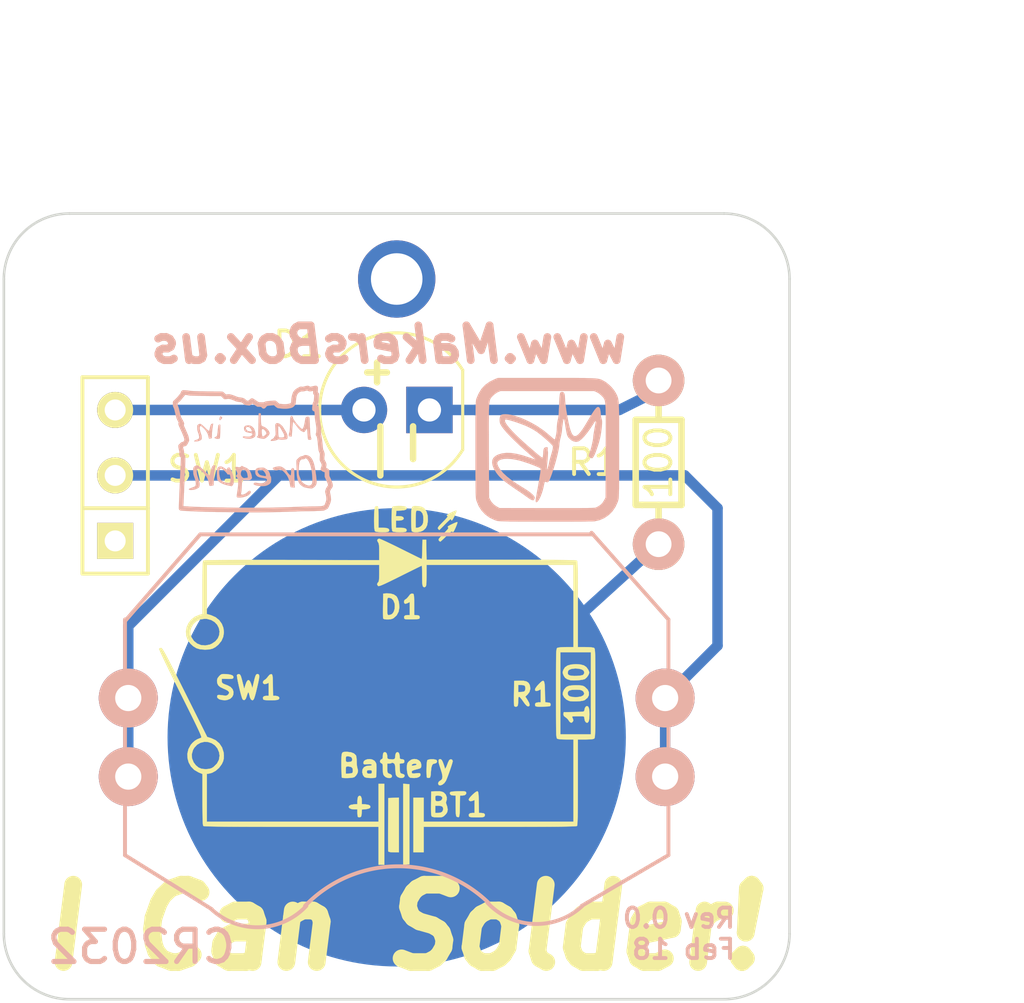
<source format=kicad_pcb>
(kicad_pcb (version 4) (host pcbnew 4.0.7)

  (general
    (links 7)
    (no_connects 0)
    (area 159.969999 72.339999 190.550001 102.920001)
    (thickness 1.6)
    (drawings 15)
    (tracks 16)
    (zones 0)
    (modules 8)
    (nets 6)
  )

  (page USLetter)
  (layers
    (0 F.Cu signal)
    (31 B.Cu signal)
    (34 B.Paste user)
    (35 F.Paste user)
    (36 B.SilkS user)
    (37 F.SilkS user)
    (38 B.Mask user)
    (39 F.Mask user)
    (40 Dwgs.User user)
    (44 Edge.Cuts user)
    (47 F.CrtYd user)
  )

  (setup
    (last_trace_width 0.4064)
    (user_trace_width 0.254)
    (user_trace_width 0.3048)
    (user_trace_width 0.4064)
    (user_trace_width 0.6096)
    (user_trace_width 2.032)
    (trace_clearance 0.1524)
    (zone_clearance 0.508)
    (zone_45_only no)
    (trace_min 0.1524)
    (segment_width 0.254)
    (edge_width 0.1)
    (via_size 0.6858)
    (via_drill 0.3302)
    (via_min_size 0.6858)
    (via_min_drill 0.3302)
    (user_via 1 0.5)
    (uvia_size 0.762)
    (uvia_drill 0.508)
    (uvias_allowed no)
    (uvia_min_size 0.508)
    (uvia_min_drill 0.127)
    (pcb_text_width 0.3)
    (pcb_text_size 1.5 1.5)
    (mod_edge_width 0.15)
    (mod_text_size 1 1)
    (mod_text_width 0.15)
    (pad_size 3.4 3.4)
    (pad_drill 3)
    (pad_to_mask_clearance 0)
    (aux_axis_origin 0 0)
    (grid_origin 210.82 95.25)
    (visible_elements 7FFFFFFF)
    (pcbplotparams
      (layerselection 0x010f0_80000001)
      (usegerberextensions true)
      (excludeedgelayer true)
      (linewidth 0.100000)
      (plotframeref false)
      (viasonmask false)
      (mode 1)
      (useauxorigin false)
      (hpglpennumber 1)
      (hpglpenspeed 20)
      (hpglpendiameter 15)
      (hpglpenoverlay 2)
      (psnegative false)
      (psa4output false)
      (plotreference true)
      (plotvalue true)
      (plotinvisibletext false)
      (padsonsilk false)
      (subtractmaskfromsilk false)
      (outputformat 1)
      (mirror false)
      (drillshape 0)
      (scaleselection 1)
      (outputdirectory gerbers/))
  )

  (net 0 "")
  (net 1 "Net-(BT1-Pad1)")
  (net 2 "Net-(D1-Pad1)")
  (net 3 "Net-(D1-Pad2)")
  (net 4 "Net-(BT1-Pad2)")
  (net 5 "Net-(SW1-Pad1)")

  (net_class Default "This is the default net class."
    (clearance 0.1524)
    (trace_width 0.1524)
    (via_dia 0.6858)
    (via_drill 0.3302)
    (uvia_dia 0.762)
    (uvia_drill 0.508)
    (add_net "Net-(BT1-Pad1)")
    (add_net "Net-(BT1-Pad2)")
    (add_net "Net-(D1-Pad1)")
    (add_net "Net-(D1-Pad2)")
    (add_net "Net-(SW1-Pad1)")
  )

  (module Pin_Headers:Pin_Header_Straight_1x01_Pitch2.54mm (layer F.Cu) (tedit 5A80F932) (tstamp 5A812002)
    (at 175.26 74.93)
    (descr "Through hole straight pin header, 1x01, 2.54mm pitch, single row")
    (tags "Through hole pin header THT 1x01 2.54mm single row")
    (fp_text reference REF** (at 0 -2.33) (layer F.SilkS) hide
      (effects (font (size 1 1) (thickness 0.15)))
    )
    (fp_text value Pin_Header_Straight_1x01_Pitch2.54mm (at 0 1) (layer F.Fab) hide
      (effects (font (size 0.127 0.127) (thickness 0.03175)))
    )
    (fp_line (start -0.635 -1.27) (end 1.27 -1.27) (layer F.Fab) (width 0.1))
    (fp_line (start 1.27 -1.27) (end 1.27 1.27) (layer F.Fab) (width 0.1))
    (fp_line (start 1.27 1.27) (end -1.27 1.27) (layer F.Fab) (width 0.1))
    (fp_line (start -1.27 1.27) (end -1.27 -0.635) (layer F.Fab) (width 0.1))
    (fp_line (start -1.27 -0.635) (end -0.635 -1.27) (layer F.Fab) (width 0.1))
    (fp_line (start -1.8 -1.8) (end -1.8 1.8) (layer F.CrtYd) (width 0.05))
    (fp_line (start -1.8 1.8) (end 1.8 1.8) (layer F.CrtYd) (width 0.05))
    (fp_line (start 1.8 1.8) (end 1.8 -1.8) (layer F.CrtYd) (width 0.05))
    (fp_line (start 1.8 -1.8) (end -1.8 -1.8) (layer F.CrtYd) (width 0.05))
    (pad 1 thru_hole circle (at 0 0) (size 3 3) (drill 2) (layers *.Cu *.Mask))
  )

  (module myFootPrints:MadeInOregonRev25 (layer F.Cu) (tedit 0) (tstamp 5A8109E1)
    (at 169.672 81.534)
    (fp_text reference VAL (at 0 0) (layer F.SilkS) hide
      (effects (font (size 1.143 1.143) (thickness 0.1778)))
    )
    (fp_text value MadeInOregonRev25 (at 0 0) (layer F.SilkS) hide
      (effects (font (size 1.143 1.143) (thickness 0.1778)))
    )
    (fp_poly (pts (xy -3.09626 -1.76022) (xy -3.09626 -1.72212) (xy -3.09372 -1.69672) (xy -3.09118 -1.67386)
      (xy -3.0861 -1.65608) (xy -3.07594 -1.63576) (xy -3.0734 -1.62814) (xy -3.0607 -1.6002)
      (xy -3.05054 -1.5748) (xy -3.04038 -1.54432) (xy -3.03022 -1.50876) (xy -3.02006 -1.46304)
      (xy -3.00736 -1.4097) (xy -3.00228 -1.39192) (xy -2.98704 -1.31826) (xy -2.96926 -1.2573)
      (xy -2.95402 -1.20396) (xy -2.9337 -1.15824) (xy -2.91338 -1.1176) (xy -2.91338 -1.74752)
      (xy -2.91338 -1.76276) (xy -2.91084 -1.77546) (xy -2.90322 -1.78816) (xy -2.89052 -1.8034)
      (xy -2.86766 -1.82118) (xy -2.8575 -1.83134) (xy -2.82956 -1.8542) (xy -2.80416 -1.8796)
      (xy -2.78638 -1.90246) (xy -2.77876 -1.91008) (xy -2.76606 -1.92786) (xy -2.74574 -1.95326)
      (xy -2.72034 -1.98374) (xy -2.69494 -2.01422) (xy -2.6924 -2.01676) (xy -2.66954 -2.0447)
      (xy -2.64922 -2.0701) (xy -2.63652 -2.08788) (xy -2.6289 -2.09804) (xy -2.6289 -2.10058)
      (xy -2.62382 -2.10566) (xy -2.60604 -2.10566) (xy -2.58064 -2.10566) (xy -2.55016 -2.10058)
      (xy -2.51968 -2.0955) (xy -2.50952 -2.09296) (xy -2.49682 -2.09042) (xy -2.48412 -2.08534)
      (xy -2.46888 -2.08534) (xy -2.4511 -2.0828) (xy -2.4257 -2.08026) (xy -2.39268 -2.07772)
      (xy -2.35458 -2.07772) (xy -2.30632 -2.07518) (xy -2.2479 -2.07518) (xy -2.17678 -2.07264)
      (xy -2.09296 -2.0701) (xy -2.03962 -2.0701) (xy -1.95326 -2.06756) (xy -1.8669 -2.06756)
      (xy -1.78054 -2.06502) (xy -1.69672 -2.06502) (xy -1.61798 -2.06248) (xy -1.54686 -2.06248)
      (xy -1.48336 -2.06248) (xy -1.4351 -2.06248) (xy -1.4224 -2.06248) (xy -1.22936 -2.06248)
      (xy -1.1684 -2.00152) (xy -1.10744 -1.9431) (xy -1.0668 -1.9431) (xy -1.03886 -1.9431)
      (xy -1.0033 -1.94564) (xy -0.97536 -1.95072) (xy -0.94234 -1.95326) (xy -0.91186 -1.95072)
      (xy -0.87884 -1.94564) (xy -0.8382 -1.93548) (xy -0.79248 -1.9177) (xy -0.7366 -1.89484)
      (xy -0.72136 -1.88976) (xy -0.67818 -1.86944) (xy -0.64516 -1.85674) (xy -0.61722 -1.84912)
      (xy -0.59182 -1.84404) (xy -0.56388 -1.83896) (xy -0.5461 -1.83642) (xy -0.50038 -1.83134)
      (xy -0.46482 -1.82626) (xy -0.43688 -1.81864) (xy -0.41656 -1.80848) (xy -0.39624 -1.79578)
      (xy -0.37592 -1.77546) (xy -0.37338 -1.77292) (xy -0.35052 -1.7526) (xy -0.32512 -1.73482)
      (xy -0.30734 -1.72212) (xy -0.30734 -1.72212) (xy -0.28702 -1.71704) (xy -0.25654 -1.71196)
      (xy -0.22098 -1.70434) (xy -0.18288 -1.7018) (xy -0.14986 -1.69672) (xy -0.12446 -1.69672)
      (xy -0.10922 -1.69926) (xy -0.09652 -1.70688) (xy -0.07366 -1.71958) (xy -0.05334 -1.73736)
      (xy -0.03048 -1.75768) (xy -0.01524 -1.7653) (xy -0.00508 -1.76784) (xy 0 -1.7653)
      (xy 0.01016 -1.75768) (xy 0.03048 -1.74498) (xy 0.05842 -1.7272) (xy 0.0889 -1.70688)
      (xy 0.09652 -1.7018) (xy 0.18288 -1.64846) (xy 0.25908 -1.64592) (xy 0.29464 -1.64338)
      (xy 0.3175 -1.64084) (xy 0.3302 -1.6383) (xy 0.34036 -1.63322) (xy 0.34544 -1.6256)
      (xy 0.34798 -1.62052) (xy 0.3683 -1.59766) (xy 0.39624 -1.58242) (xy 0.42672 -1.5748)
      (xy 0.4318 -1.5748) (xy 0.45974 -1.58242) (xy 0.48768 -1.6002) (xy 0.51562 -1.63068)
      (xy 0.52578 -1.64338) (xy 0.53848 -1.65608) (xy 0.5461 -1.66624) (xy 0.55626 -1.67386)
      (xy 0.56896 -1.68148) (xy 0.58928 -1.68402) (xy 0.61468 -1.6891) (xy 0.65278 -1.69418)
      (xy 0.70104 -1.69672) (xy 0.71628 -1.69926) (xy 0.8255 -1.70942) (xy 0.85598 -1.68148)
      (xy 0.89154 -1.64846) (xy 0.9271 -1.62306) (xy 0.95758 -1.60274) (xy 0.96774 -1.59766)
      (xy 0.9906 -1.59258) (xy 1.02362 -1.5875) (xy 1.0668 -1.58242) (xy 1.11252 -1.57734)
      (xy 1.16332 -1.57226) (xy 1.21158 -1.56972) (xy 1.2573 -1.56972) (xy 1.25984 -1.56972)
      (xy 1.3081 -1.56972) (xy 1.35128 -1.5748) (xy 1.39446 -1.57988) (xy 1.44272 -1.59004)
      (xy 1.48844 -1.6002) (xy 1.52146 -1.61036) (xy 1.54686 -1.62306) (xy 1.56972 -1.63576)
      (xy 1.59258 -1.65608) (xy 1.61798 -1.68148) (xy 1.63576 -1.7018) (xy 1.651 -1.72212)
      (xy 1.65862 -1.74498) (xy 1.66624 -1.77292) (xy 1.67386 -1.80848) (xy 1.6764 -1.85166)
      (xy 1.68148 -1.90246) (xy 1.6891 -1.9812) (xy 1.7018 -2.04978) (xy 1.72212 -2.10566)
      (xy 1.74752 -2.15138) (xy 1.75006 -2.15646) (xy 1.77546 -2.18186) (xy 1.81356 -2.2098)
      (xy 1.82626 -2.21742) (xy 1.8542 -2.23012) (xy 1.87706 -2.24028) (xy 1.89484 -2.24282)
      (xy 1.9177 -2.24282) (xy 1.92024 -2.24282) (xy 1.95834 -2.24282) (xy 2.00152 -2.25044)
      (xy 2.032 -2.25806) (xy 2.0701 -2.27076) (xy 2.09804 -2.27584) (xy 2.11582 -2.27838)
      (xy 2.13106 -2.2733) (xy 2.1463 -2.26822) (xy 2.15392 -2.26314) (xy 2.1844 -2.2479)
      (xy 2.22758 -2.24282) (xy 2.27584 -2.2479) (xy 2.29108 -2.25298) (xy 2.31394 -2.25806)
      (xy 2.33426 -2.26314) (xy 2.34188 -2.26314) (xy 2.34188 -2.25806) (xy 2.34442 -2.23774)
      (xy 2.34442 -2.21488) (xy 2.34442 -2.21234) (xy 2.34442 -2.1844) (xy 2.34696 -2.16408)
      (xy 2.35204 -2.1463) (xy 2.36474 -2.12852) (xy 2.3876 -2.0955) (xy 2.37998 -1.97612)
      (xy 2.37744 -1.9304) (xy 2.37236 -1.89738) (xy 2.36982 -1.87198) (xy 2.36474 -1.8542)
      (xy 2.35966 -1.83896) (xy 2.35204 -1.82372) (xy 2.34696 -1.8161) (xy 2.33172 -1.78562)
      (xy 2.3241 -1.75768) (xy 2.3241 -1.73736) (xy 2.32156 -1.70942) (xy 2.31902 -1.68656)
      (xy 2.31648 -1.67894) (xy 2.31394 -1.66116) (xy 2.30886 -1.63576) (xy 2.30886 -1.60274)
      (xy 2.30886 -1.59004) (xy 2.30886 -1.55702) (xy 2.30886 -1.5367) (xy 2.31394 -1.52146)
      (xy 2.32156 -1.5113) (xy 2.33172 -1.4986) (xy 2.33426 -1.49606) (xy 2.35458 -1.48082)
      (xy 2.3749 -1.4732) (xy 2.37744 -1.47066) (xy 2.3876 -1.47066) (xy 2.39268 -1.46558)
      (xy 2.39776 -1.45034) (xy 2.4003 -1.42494) (xy 2.40284 -1.39192) (xy 2.40538 -1.35382)
      (xy 2.40538 -1.33096) (xy 2.40792 -1.28778) (xy 2.413 -1.2319) (xy 2.42062 -1.16078)
      (xy 2.43332 -1.07442) (xy 2.4511 -0.97536) (xy 2.4511 -0.96774) (xy 2.45872 -0.92456)
      (xy 2.4638 -0.88392) (xy 2.46888 -0.85344) (xy 2.47142 -0.83058) (xy 2.47396 -0.82296)
      (xy 2.47396 -0.81026) (xy 2.47142 -0.7874) (xy 2.47142 -0.75692) (xy 2.46888 -0.72644)
      (xy 2.46888 -0.69342) (xy 2.46634 -0.66294) (xy 2.4638 -0.64262) (xy 2.46126 -0.635)
      (xy 2.4511 -0.6096) (xy 2.44856 -0.57912) (xy 2.4511 -0.54864) (xy 2.46126 -0.52324)
      (xy 2.4765 -0.51054) (xy 2.48412 -0.49784) (xy 2.49174 -0.47244) (xy 2.5019 -0.4318)
      (xy 2.50952 -0.37592) (xy 2.51968 -0.30734) (xy 2.5273 -0.2286) (xy 2.53238 -0.16764)
      (xy 2.53746 -0.1143) (xy 2.54254 -0.0635) (xy 2.54762 -0.02032) (xy 2.5527 0.01524)
      (xy 2.55524 0.04064) (xy 2.55778 0.05334) (xy 2.56794 0.07366) (xy 2.5781 0.1016)
      (xy 2.58826 0.127) (xy 2.59588 0.14732) (xy 2.6035 0.16256) (xy 2.60604 0.18034)
      (xy 2.60858 0.20066) (xy 2.60858 0.22606) (xy 2.60604 0.25908) (xy 2.6035 0.3048)
      (xy 2.6035 0.32512) (xy 2.60096 0.37084) (xy 2.60096 0.4064) (xy 2.60604 0.43434)
      (xy 2.61366 0.45974) (xy 2.62636 0.48768) (xy 2.64668 0.5207) (xy 2.66446 0.5588)
      (xy 2.67462 0.58674) (xy 2.6797 0.61468) (xy 2.67462 0.64262) (xy 2.66446 0.68072)
      (xy 2.65938 0.69088) (xy 2.64668 0.72898) (xy 2.63906 0.75946) (xy 2.63906 0.77978)
      (xy 2.6416 0.79756) (xy 2.64922 0.8128) (xy 2.64922 0.81534) (xy 2.66446 0.83058)
      (xy 2.68986 0.84836) (xy 2.72034 0.86614) (xy 2.75336 0.87884) (xy 2.77368 0.88646)
      (xy 2.794 0.89154) (xy 2.794 0.98044) (xy 2.794 1.07188) (xy 2.82448 1.13538)
      (xy 2.8575 1.20396) (xy 2.8829 1.26238) (xy 2.90322 1.31064) (xy 2.91592 1.3462)
      (xy 2.921 1.36652) (xy 2.92354 1.3843) (xy 2.92354 1.39954) (xy 2.91592 1.41478)
      (xy 2.90068 1.4351) (xy 2.90068 1.43764) (xy 2.87274 1.47828) (xy 2.84988 1.51638)
      (xy 2.8321 1.5621) (xy 2.82448 1.59004) (xy 2.80924 1.64338) (xy 2.8321 1.74244)
      (xy 2.84734 1.80848) (xy 2.85496 1.86182) (xy 2.86004 1.90754) (xy 2.86004 1.94818)
      (xy 2.85242 1.98628) (xy 2.84226 2.02438) (xy 2.84226 2.02438) (xy 2.82702 2.06756)
      (xy 2.81432 2.10566) (xy 2.79908 2.13868) (xy 2.78892 2.16154) (xy 2.77876 2.1717)
      (xy 2.77876 2.17424) (xy 2.7686 2.17678) (xy 2.74828 2.1844) (xy 2.74066 2.18948)
      (xy 2.7178 2.1971) (xy 2.68224 2.20472) (xy 2.63398 2.2098) (xy 2.57302 2.21234)
      (xy 2.49682 2.21488) (xy 2.40792 2.21742) (xy 2.30632 2.21742) (xy 2.29616 2.21742)
      (xy 2.24028 2.21996) (xy 2.17424 2.21996) (xy 2.10058 2.2225) (xy 2.02184 2.2225)
      (xy 1.9431 2.22504) (xy 1.86944 2.23012) (xy 1.84912 2.23012) (xy 1.6129 2.23774)
      (xy 1.38684 2.2479) (xy 1.16332 2.25298) (xy 0.9398 2.25806) (xy 0.71882 2.26314)
      (xy 0.4953 2.26568) (xy 0.26924 2.26822) (xy 0.03556 2.26822) (xy -0.2032 2.26822)
      (xy -0.45466 2.26822) (xy -0.71628 2.26568) (xy -0.84836 2.26314) (xy -1.03378 2.2606)
      (xy -1.20396 2.25806) (xy -1.36144 2.25552) (xy -1.50622 2.25298) (xy -1.64084 2.25044)
      (xy -1.7653 2.2479) (xy -1.88214 2.24536) (xy -1.98882 2.24282) (xy -2.08788 2.23774)
      (xy -2.17932 2.2352) (xy -2.26822 2.23266) (xy -2.35204 2.22758) (xy -2.39776 2.22504)
      (xy -2.46126 2.2225) (xy -2.51968 2.21742) (xy -2.57302 2.21488) (xy -2.61874 2.21234)
      (xy -2.65176 2.2098) (xy -2.67462 2.2098) (xy -2.68732 2.2098) (xy -2.68732 2.2098)
      (xy -2.68732 2.20218) (xy -2.68478 2.17932) (xy -2.68478 2.1463) (xy -2.68224 2.09804)
      (xy -2.6797 2.03962) (xy -2.67716 1.97104) (xy -2.67208 1.8923) (xy -2.66954 1.80594)
      (xy -2.66446 1.70942) (xy -2.65938 1.60782) (xy -2.65684 1.50114) (xy -2.65176 1.38684)
      (xy -2.64414 1.27) (xy -2.64414 1.25476) (xy -2.63906 1.11506) (xy -2.63398 0.98806)
      (xy -2.6289 0.87376) (xy -2.62382 0.77216) (xy -2.61874 0.68326) (xy -2.6162 0.60452)
      (xy -2.61366 0.53848) (xy -2.61112 0.47752) (xy -2.61112 0.42926) (xy -2.61112 0.38608)
      (xy -2.61112 0.35306) (xy -2.61112 0.32258) (xy -2.61112 0.29972) (xy -2.61366 0.28194)
      (xy -2.6162 0.2667) (xy -2.61874 0.25654) (xy -2.62128 0.24638) (xy -2.62636 0.23876)
      (xy -2.63144 0.23368) (xy -2.63652 0.22606) (xy -2.6416 0.21844) (xy -2.6543 0.2032)
      (xy -2.66192 0.18796) (xy -2.66446 0.17272) (xy -2.66192 0.14732) (xy -2.66192 0.13716)
      (xy -2.66192 0.1016) (xy -2.66446 0.06858) (xy -2.67462 0.02794) (xy -2.67462 0.0254)
      (xy -2.68732 -0.01778) (xy -2.69494 -0.04826) (xy -2.69748 -0.07112) (xy -2.69748 -0.08382)
      (xy -2.69494 -0.09398) (xy -2.68732 -0.09906) (xy -2.68732 -0.1016) (xy -2.66954 -0.10668)
      (xy -2.64668 -0.1143) (xy -2.63652 -0.1143) (xy -2.60858 -0.12192) (xy -2.58572 -0.13208)
      (xy -2.5654 -0.14732) (xy -2.54762 -0.17018) (xy -2.52476 -0.20574) (xy -2.50698 -0.2413)
      (xy -2.4638 -0.3302) (xy -2.47142 -0.40894) (xy -2.4765 -0.43942) (xy -2.48158 -0.46736)
      (xy -2.4892 -0.49276) (xy -2.49682 -0.5207) (xy -2.50952 -0.55626) (xy -2.52984 -0.59944)
      (xy -2.53492 -0.61214) (xy -2.55524 -0.66294) (xy -2.5781 -0.71374) (xy -2.60096 -0.76708)
      (xy -2.62128 -0.8128) (xy -2.63144 -0.83058) (xy -2.64668 -0.86868) (xy -2.65938 -0.89662)
      (xy -2.667 -0.91694) (xy -2.66954 -0.92964) (xy -2.667 -0.9398) (xy -2.667 -0.94996)
      (xy -2.65938 -0.97536) (xy -2.65938 -1.00584) (xy -2.66954 -1.03886) (xy -2.68732 -1.0795)
      (xy -2.71272 -1.12776) (xy -2.71526 -1.1303) (xy -2.73812 -1.17094) (xy -2.75844 -1.2065)
      (xy -2.77368 -1.23698) (xy -2.78384 -1.26746) (xy -2.79654 -1.30048) (xy -2.8067 -1.34112)
      (xy -2.81686 -1.38684) (xy -2.82702 -1.43256) (xy -2.84226 -1.49606) (xy -2.85496 -1.54686)
      (xy -2.86512 -1.5875) (xy -2.87528 -1.62052) (xy -2.88544 -1.64846) (xy -2.89306 -1.67132)
      (xy -2.90068 -1.68148) (xy -2.9083 -1.70942) (xy -2.91338 -1.7399) (xy -2.91338 -1.74752)
      (xy -2.91338 -1.1176) (xy -2.91084 -1.11506) (xy -2.90576 -1.09982) (xy -2.88798 -1.07188)
      (xy -2.87782 -1.04902) (xy -2.87274 -1.03632) (xy -2.87274 -1.02616) (xy -2.87782 -1.016)
      (xy -2.88036 -0.99822) (xy -2.8829 -0.98044) (xy -2.87782 -0.95758) (xy -2.8702 -0.92964)
      (xy -2.85496 -0.89408) (xy -2.83464 -0.84582) (xy -2.8194 -0.81534) (xy -2.78384 -0.73406)
      (xy -2.74828 -0.65786) (xy -2.72034 -0.58928) (xy -2.69494 -0.52832) (xy -2.67462 -0.47752)
      (xy -2.66192 -0.43688) (xy -2.6543 -0.40894) (xy -2.6543 -0.4064) (xy -2.64922 -0.37846)
      (xy -2.65176 -0.36068) (xy -2.65684 -0.34036) (xy -2.66446 -0.32766) (xy -2.67462 -0.30734)
      (xy -2.68732 -0.29464) (xy -2.70256 -0.28702) (xy -2.72542 -0.28194) (xy -2.73812 -0.2794)
      (xy -2.75336 -0.27686) (xy -2.77114 -0.2667) (xy -2.78892 -0.25146) (xy -2.81686 -0.22606)
      (xy -2.82448 -0.2159) (xy -2.84988 -0.1905) (xy -2.86766 -0.17272) (xy -2.87782 -0.16002)
      (xy -2.8829 -0.14732) (xy -2.8829 -0.13208) (xy -2.8829 -0.12192) (xy -2.88036 -0.06858)
      (xy -2.86766 -0.00762) (xy -2.85242 0.05588) (xy -2.8448 0.08382) (xy -2.84226 0.10668)
      (xy -2.84226 0.12954) (xy -2.8448 0.16002) (xy -2.84734 0.1651) (xy -2.84988 0.19812)
      (xy -2.84988 0.22606) (xy -2.84226 0.24892) (xy -2.82448 0.27686) (xy -2.8067 0.29972)
      (xy -2.78384 0.32766) (xy -2.82702 1.3081) (xy -2.8321 1.42748) (xy -2.83718 1.54432)
      (xy -2.84226 1.65608) (xy -2.84734 1.76276) (xy -2.84988 1.86182) (xy -2.85496 1.95326)
      (xy -2.8575 2.03708) (xy -2.86004 2.11074) (xy -2.86258 2.17424) (xy -2.86512 2.22758)
      (xy -2.86512 2.26822) (xy -2.86512 2.29616) (xy -2.86512 2.3114) (xy -2.86512 2.3114)
      (xy -2.85496 2.3368) (xy -2.83464 2.35966) (xy -2.81178 2.3749) (xy -2.8067 2.37744)
      (xy -2.794 2.37998) (xy -2.76606 2.38252) (xy -2.72796 2.38506) (xy -2.6797 2.39014)
      (xy -2.62128 2.39268) (xy -2.55778 2.39776) (xy -2.48412 2.4003) (xy -2.40792 2.40538)
      (xy -2.32664 2.40792) (xy -2.24536 2.413) (xy -2.16154 2.41554) (xy -2.08026 2.41808)
      (xy -1.99898 2.42062) (xy -1.92278 2.42316) (xy -1.85166 2.4257) (xy -1.80848 2.42824)
      (xy -1.74752 2.42824) (xy -1.67386 2.43078) (xy -1.59004 2.43078) (xy -1.4986 2.43332)
      (xy -1.397 2.43586) (xy -1.29032 2.43586) (xy -1.1811 2.4384) (xy -1.0668 2.4384)
      (xy -0.95504 2.44094) (xy -0.84582 2.44348) (xy -0.80264 2.44348) (xy -0.70104 2.44348)
      (xy -0.59944 2.44602) (xy -0.50038 2.44602) (xy -0.40386 2.44856) (xy -0.31496 2.44856)
      (xy -0.23114 2.44856) (xy -0.15748 2.4511) (xy -0.09398 2.4511) (xy -0.04064 2.4511)
      (xy 0 2.4511) (xy 0.02286 2.4511) (xy 0.05842 2.4511) (xy 0.10922 2.4511)
      (xy 0.17018 2.4511) (xy 0.2413 2.4511) (xy 0.3175 2.4511) (xy 0.39878 2.44856)
      (xy 0.4826 2.44856) (xy 0.56642 2.44602) (xy 0.60198 2.44602) (xy 0.75692 2.44348)
      (xy 0.90678 2.4384) (xy 1.0541 2.43586) (xy 1.1938 2.43078) (xy 1.32588 2.42824)
      (xy 1.45034 2.42316) (xy 1.56464 2.42062) (xy 1.66624 2.41808) (xy 1.7526 2.413)
      (xy 1.77038 2.413) (xy 1.82626 2.41046) (xy 1.8923 2.40792) (xy 1.96342 2.40792)
      (xy 2.03454 2.40538) (xy 2.10312 2.40538) (xy 2.12852 2.40538) (xy 2.19456 2.40538)
      (xy 2.26822 2.40284) (xy 2.3495 2.40284) (xy 2.42824 2.39776) (xy 2.50444 2.39522)
      (xy 2.54254 2.39522) (xy 2.75844 2.38252) (xy 2.82956 2.3495) (xy 2.86258 2.33172)
      (xy 2.88798 2.31902) (xy 2.90576 2.30632) (xy 2.91084 2.30124) (xy 2.92608 2.28092)
      (xy 2.94132 2.25044) (xy 2.96164 2.2098) (xy 2.97942 2.16662) (xy 2.9972 2.12344)
      (xy 3.01244 2.08534) (xy 3.02514 2.0447) (xy 3.03276 2.01168) (xy 3.03784 1.98628)
      (xy 3.04038 1.9558) (xy 3.04038 1.93548) (xy 3.0353 1.86182) (xy 3.0226 1.778)
      (xy 3.00736 1.70434) (xy 2.99974 1.66878) (xy 2.99974 1.64084) (xy 3.00736 1.61036)
      (xy 3.0226 1.57734) (xy 3.04546 1.53924) (xy 3.0607 1.52146) (xy 3.08356 1.4859)
      (xy 3.0988 1.4605) (xy 3.10642 1.4351) (xy 3.10896 1.4097) (xy 3.10642 1.37668)
      (xy 3.0988 1.33858) (xy 3.09118 1.3081) (xy 3.07848 1.26746) (xy 3.0607 1.22174)
      (xy 3.04038 1.1684) (xy 3.01498 1.1176) (xy 2.99466 1.07442) (xy 2.98704 1.05664)
      (xy 2.97942 1.0414) (xy 2.97688 1.02362) (xy 2.97434 1.0033) (xy 2.97434 0.97282)
      (xy 2.97434 0.93218) (xy 2.97434 0.9271) (xy 2.9718 0.87884) (xy 2.96926 0.8382)
      (xy 2.96418 0.81026) (xy 2.95148 0.7874) (xy 2.9337 0.76708) (xy 2.90576 0.7493)
      (xy 2.86766 0.72898) (xy 2.84734 0.71882) (xy 2.84734 0.7112) (xy 2.84988 0.69342)
      (xy 2.85496 0.66802) (xy 2.8575 0.6604) (xy 2.86258 0.61468) (xy 2.86258 0.5842)
      (xy 2.86258 0.57658) (xy 2.84988 0.5334) (xy 2.82956 0.48768) (xy 2.8067 0.44196)
      (xy 2.79908 0.42926) (xy 2.79146 0.41656) (xy 2.78638 0.40386) (xy 2.7813 0.38862)
      (xy 2.7813 0.37084) (xy 2.7813 0.34798) (xy 2.7813 0.3175) (xy 2.78638 0.27432)
      (xy 2.79146 0.22098) (xy 2.79146 0.21844) (xy 2.79146 0.19304) (xy 2.79146 0.16764)
      (xy 2.78384 0.1397) (xy 2.77622 0.11176) (xy 2.76352 0.07874) (xy 2.75336 0.04826)
      (xy 2.7432 0.0254) (xy 2.74066 0.02032) (xy 2.73558 0.00762) (xy 2.7305 -0.0127)
      (xy 2.72796 -0.04064) (xy 2.72288 -0.07874) (xy 2.7178 -0.12954) (xy 2.71272 -0.1905)
      (xy 2.7051 -0.25908) (xy 2.69748 -0.32512) (xy 2.68986 -0.38862) (xy 2.6797 -0.44958)
      (xy 2.67208 -0.50292) (xy 2.66446 -0.5461) (xy 2.6543 -0.57658) (xy 2.65176 -0.58674)
      (xy 2.65176 -0.60452) (xy 2.6543 -0.6223) (xy 2.65684 -0.6477) (xy 2.65176 -0.68326)
      (xy 2.65176 -0.68326) (xy 2.64668 -0.71628) (xy 2.64922 -0.75184) (xy 2.65176 -0.76962)
      (xy 2.6543 -0.79248) (xy 2.65684 -0.8128) (xy 2.6543 -0.83566) (xy 2.65176 -0.8636)
      (xy 2.64414 -0.90424) (xy 2.6416 -0.91948) (xy 2.62382 -1.01346) (xy 2.61112 -1.09982)
      (xy 2.60096 -1.1811) (xy 2.59334 -1.26238) (xy 2.58572 -1.35128) (xy 2.58064 -1.42748)
      (xy 2.5781 -1.49352) (xy 2.57302 -1.54432) (xy 2.57048 -1.58496) (xy 2.5654 -1.61544)
      (xy 2.56286 -1.6383) (xy 2.55524 -1.65608) (xy 2.54762 -1.66878) (xy 2.53746 -1.6764)
      (xy 2.52984 -1.68402) (xy 2.51714 -1.69418) (xy 2.51206 -1.70688) (xy 2.5146 -1.72466)
      (xy 2.52222 -1.75006) (xy 2.53238 -1.77546) (xy 2.53238 -1.77546) (xy 2.54 -1.78816)
      (xy 2.54254 -1.79832) (xy 2.54762 -1.81102) (xy 2.55016 -1.8288) (xy 2.5527 -1.85166)
      (xy 2.55524 -1.88214) (xy 2.55778 -1.92532) (xy 2.56286 -1.97866) (xy 2.56286 -2.0066)
      (xy 2.57302 -2.159) (xy 2.54762 -2.18948) (xy 2.52222 -2.21996) (xy 2.52984 -2.29616)
      (xy 2.53238 -2.34442) (xy 2.53238 -2.37998) (xy 2.52984 -2.40538) (xy 2.51968 -2.4257)
      (xy 2.50698 -2.44094) (xy 2.50444 -2.44348) (xy 2.4892 -2.45618) (xy 2.47142 -2.46126)
      (xy 2.44856 -2.4638) (xy 2.42062 -2.4638) (xy 2.38252 -2.45618) (xy 2.33172 -2.44602)
      (xy 2.32664 -2.44348) (xy 2.2352 -2.42316) (xy 2.19964 -2.44348) (xy 2.17424 -2.45618)
      (xy 2.15138 -2.4638) (xy 2.12344 -2.4638) (xy 2.09296 -2.45872) (xy 2.04978 -2.4511)
      (xy 2.0193 -2.44348) (xy 1.98374 -2.43332) (xy 1.9558 -2.4257) (xy 1.93802 -2.42316)
      (xy 1.92024 -2.4257) (xy 1.90754 -2.42824) (xy 1.88722 -2.43078) (xy 1.86944 -2.43078)
      (xy 1.84912 -2.42824) (xy 1.82372 -2.41808) (xy 1.79324 -2.40284) (xy 1.76022 -2.38506)
      (xy 1.71958 -2.3622) (xy 1.6891 -2.34442) (xy 1.66624 -2.32664) (xy 1.64846 -2.3114)
      (xy 1.63068 -2.29362) (xy 1.6129 -2.27076) (xy 1.59258 -2.2479) (xy 1.57734 -2.22504)
      (xy 1.56718 -2.20472) (xy 1.55702 -2.17932) (xy 1.54432 -2.1463) (xy 1.53162 -2.10312)
      (xy 1.52908 -2.09296) (xy 1.51638 -2.0447) (xy 1.50876 -2.00406) (xy 1.50368 -1.96596)
      (xy 1.4986 -1.92278) (xy 1.4986 -1.90754) (xy 1.49606 -1.86182) (xy 1.49352 -1.8288)
      (xy 1.4859 -1.80594) (xy 1.4732 -1.7907) (xy 1.45288 -1.778) (xy 1.4224 -1.77038)
      (xy 1.39446 -1.76276) (xy 1.3335 -1.7526) (xy 1.26238 -1.74752) (xy 1.18364 -1.75006)
      (xy 1.10998 -1.75768) (xy 1.03124 -1.7653) (xy 0.9652 -1.82372) (xy 0.9398 -1.84912)
      (xy 0.9144 -1.8669) (xy 0.89408 -1.88214) (xy 0.88392 -1.88722) (xy 0.86868 -1.88722)
      (xy 0.84328 -1.88722) (xy 0.80518 -1.88722) (xy 0.762 -1.88214) (xy 0.7112 -1.8796)
      (xy 0.6604 -1.87452) (xy 0.6096 -1.86944) (xy 0.56642 -1.86436) (xy 0.52324 -1.85674)
      (xy 0.49276 -1.85166) (xy 0.47244 -1.8415) (xy 0.45974 -1.83642) (xy 0.44958 -1.8288)
      (xy 0.43942 -1.82372) (xy 0.42418 -1.82118) (xy 0.40386 -1.82118) (xy 0.37592 -1.82118)
      (xy 0.33782 -1.82118) (xy 0.23622 -1.82372) (xy 0.13208 -1.8923) (xy 0.09398 -1.9177)
      (xy 0.06096 -1.93802) (xy 0.03302 -1.9558) (xy 0.0127 -1.96596) (xy 0.00508 -1.97104)
      (xy -0.02286 -1.97866) (xy -0.04826 -1.97358) (xy -0.07874 -1.95834) (xy -0.1143 -1.92786)
      (xy -0.11684 -1.92532) (xy -0.1397 -1.905) (xy -0.15748 -1.8923) (xy -0.17272 -1.88468)
      (xy -0.18796 -1.88214) (xy -0.19304 -1.88214) (xy -0.21082 -1.88468) (xy -0.22352 -1.88722)
      (xy -0.2413 -1.89992) (xy -0.26162 -1.9177) (xy -0.27178 -1.92786) (xy -0.30226 -1.95326)
      (xy -0.33528 -1.97358) (xy -0.37338 -1.98882) (xy -0.41656 -1.99898) (xy -0.47244 -2.00914)
      (xy -0.50038 -2.01168) (xy -0.53848 -2.01676) (xy -0.56896 -2.02438) (xy -0.59944 -2.03454)
      (xy -0.635 -2.04724) (xy -0.66548 -2.05994) (xy -0.70866 -2.07772) (xy -0.75692 -2.0955)
      (xy -0.80264 -2.11074) (xy -0.83058 -2.11836) (xy -0.86868 -2.12598) (xy -0.89662 -2.1336)
      (xy -0.91948 -2.1336) (xy -0.94234 -2.1336) (xy -0.97282 -2.13106) (xy -1.03378 -2.12344)
      (xy -1.0922 -2.17678) (xy -1.12776 -2.2098) (xy -1.1557 -2.23012) (xy -1.17348 -2.2352)
      (xy -1.18618 -2.23774) (xy -1.21412 -2.23774) (xy -1.24968 -2.24028) (xy -1.2954 -2.24028)
      (xy -1.3462 -2.24028) (xy -1.40208 -2.24028) (xy -1.40462 -2.24028) (xy -1.48844 -2.24028)
      (xy -1.57734 -2.24282) (xy -1.66878 -2.24282) (xy -1.76022 -2.24282) (xy -1.85166 -2.24536)
      (xy -1.94056 -2.2479) (xy -2.02438 -2.2479) (xy -2.10566 -2.25044) (xy -2.18186 -2.25298)
      (xy -2.25044 -2.25552) (xy -2.30886 -2.25806) (xy -2.35966 -2.2606) (xy -2.39776 -2.26314)
      (xy -2.42316 -2.26568) (xy -2.43586 -2.26822) (xy -2.45364 -2.27076) (xy -2.48666 -2.27584)
      (xy -2.52476 -2.28092) (xy -2.5654 -2.28346) (xy -2.58572 -2.286) (xy -2.63144 -2.28854)
      (xy -2.66446 -2.29108) (xy -2.68732 -2.29108) (xy -2.7051 -2.29108) (xy -2.7178 -2.28854)
      (xy -2.72796 -2.28346) (xy -2.7305 -2.28092) (xy -2.7559 -2.2606) (xy -2.77876 -2.22758)
      (xy -2.78892 -2.19202) (xy -2.79654 -2.17678) (xy -2.81178 -2.15392) (xy -2.8321 -2.13106)
      (xy -2.83718 -2.12344) (xy -2.86258 -2.09296) (xy -2.88544 -2.06502) (xy -2.90576 -2.04216)
      (xy -2.9083 -2.03708) (xy -2.92354 -2.0193) (xy -2.94894 -1.9939) (xy -2.97688 -1.96596)
      (xy -3.00482 -1.93802) (xy -3.03276 -1.91262) (xy -3.05816 -1.88976) (xy -3.07594 -1.87198)
      (xy -3.0861 -1.85928) (xy -3.0861 -1.85928) (xy -3.09118 -1.8415) (xy -3.09626 -1.81102)
      (xy -3.09626 -1.77038) (xy -3.09626 -1.76022) (xy -3.09626 -1.76022)) (layer B.SilkS) (width 0.00254))
    (fp_poly (pts (xy -0.67056 0.70358) (xy -0.67056 0.72136) (xy -0.66802 0.72644) (xy -0.66548 0.74676)
      (xy -0.65532 0.7747) (xy -0.64262 0.80772) (xy -0.63246 0.83312) (xy -0.61468 0.8763)
      (xy -0.60198 0.90932) (xy -0.59436 0.93218) (xy -0.59182 0.94996) (xy -0.5969 0.9652)
      (xy -0.60198 0.9779) (xy -0.61722 0.99568) (xy -0.63246 1.01092) (xy -0.64516 1.02362)
      (xy -0.6477 1.03632) (xy -0.64262 1.05156) (xy -0.62484 1.07188) (xy -0.6223 1.07696)
      (xy -0.59944 1.10236) (xy -0.5842 1.12522) (xy -0.57404 1.14554) (xy -0.56896 1.17348)
      (xy -0.56388 1.2065) (xy -0.56134 1.24968) (xy -0.56134 1.26238) (xy -0.56134 1.31572)
      (xy -0.56134 1.36652) (xy -0.56642 1.41986) (xy -0.5715 1.47828) (xy -0.58166 1.54686)
      (xy -0.59182 1.62306) (xy -0.59944 1.66116) (xy -0.60706 1.71704) (xy -0.61468 1.76022)
      (xy -0.61722 1.79324) (xy -0.61976 1.8161) (xy -0.61722 1.83388) (xy -0.61468 1.84658)
      (xy -0.6096 1.85674) (xy -0.6096 1.85928) (xy -0.60198 1.8669) (xy -0.59436 1.86944)
      (xy -0.58166 1.87198) (xy -0.56134 1.87452) (xy -0.53086 1.87452) (xy -0.51308 1.87452)
      (xy -0.47752 1.87452) (xy -0.45974 1.87198) (xy -0.45974 0.94234) (xy -0.45212 0.89662)
      (xy -0.43688 0.85344) (xy -0.41402 0.81788) (xy -0.40894 0.81026) (xy -0.38354 0.79502)
      (xy -0.35306 0.79248) (xy -0.32258 0.8001) (xy -0.2921 0.81788) (xy -0.26162 0.84582)
      (xy -0.23622 0.87884) (xy -0.21844 0.91948) (xy -0.21336 0.92964) (xy -0.20828 0.9525)
      (xy -0.2032 0.98044) (xy -0.19812 1.01092) (xy -0.19304 1.0414) (xy -0.1905 1.06934)
      (xy -0.18796 1.08712) (xy -0.1905 1.09728) (xy -0.20066 1.09982) (xy -0.22098 1.1049)
      (xy -0.24892 1.10998) (xy -0.2794 1.11252) (xy -0.30734 1.11506) (xy -0.3302 1.1176)
      (xy -0.34036 1.1176) (xy -0.36322 1.10998) (xy -0.38862 1.09474) (xy -0.39878 1.08458)
      (xy -0.4191 1.06172) (xy -0.43688 1.03886) (xy -0.44196 1.02616) (xy -0.4572 0.98806)
      (xy -0.45974 0.94234) (xy -0.45974 1.87198) (xy -0.4445 1.87198) (xy -0.42164 1.87198)
      (xy -0.41148 1.86944) (xy -0.37338 1.86182) (xy -0.3302 1.85166) (xy -0.28448 1.83642)
      (xy -0.24384 1.82372) (xy -0.21336 1.80848) (xy -0.20828 1.80848) (xy -0.17018 1.78562)
      (xy -0.13462 1.75768) (xy -0.10414 1.7272) (xy -0.08382 1.69926) (xy -0.07112 1.67386)
      (xy -0.07112 1.651) (xy -0.07112 1.651) (xy -0.08382 1.63068) (xy -0.10414 1.6129)
      (xy -0.12446 1.60528) (xy -0.12446 1.60528) (xy -0.1397 1.6129) (xy -0.16256 1.62814)
      (xy -0.19558 1.65608) (xy -0.20066 1.65862) (xy -0.24384 1.69672) (xy -0.28702 1.72466)
      (xy -0.3302 1.74498) (xy -0.37084 1.75768) (xy -0.40386 1.76276) (xy -0.4318 1.75514)
      (xy -0.43942 1.75006) (xy -0.44958 1.74244) (xy -0.45212 1.73482) (xy -0.45212 1.71958)
      (xy -0.44704 1.69672) (xy -0.4445 1.69418) (xy -0.44196 1.67386) (xy -0.43688 1.64338)
      (xy -0.4318 1.60274) (xy -0.42926 1.55194) (xy -0.42418 1.4859) (xy -0.4191 1.4097)
      (xy -0.41402 1.31826) (xy -0.41148 1.29286) (xy -0.4064 1.20142) (xy -0.27178 1.20142)
      (xy -0.21336 1.20142) (xy -0.17018 1.20142) (xy -0.13462 1.19888) (xy -0.10668 1.19126)
      (xy -0.08636 1.18364) (xy -0.06858 1.1684) (xy -0.0508 1.15316) (xy -0.04572 1.14808)
      (xy -0.03048 1.12776) (xy -0.0254 1.11506) (xy -0.0254 1.09474) (xy -0.02794 1.08458)
      (xy -0.04318 0.99822) (xy -0.06858 0.92202) (xy -0.1016 0.85598) (xy -0.14224 0.8001)
      (xy -0.1524 0.78994) (xy -0.18796 0.75692) (xy -0.22352 0.73406) (xy -0.26416 0.71374)
      (xy -0.29718 0.70104) (xy -0.3302 0.68834) (xy -0.36322 0.6731) (xy -0.37846 0.66548)
      (xy -0.4191 0.64262) (xy -0.44704 0.66548) (xy -0.4699 0.68326) (xy -0.49022 0.69596)
      (xy -0.51308 0.6985) (xy -0.54102 0.69596) (xy -0.57404 0.69088) (xy -0.60706 0.68326)
      (xy -0.62992 0.68326) (xy -0.64516 0.68326) (xy -0.65532 0.6858) (xy -0.66802 0.69342)
      (xy -0.67056 0.70358) (xy -0.67056 0.70358)) (layer B.SilkS) (width 0.00254))
    (fp_poly (pts (xy -2.47904 1.55448) (xy -2.47142 1.56464) (xy -2.47142 1.56718) (xy -2.45364 1.5748)
      (xy -2.4257 1.57988) (xy -2.39014 1.58242) (xy -2.3495 1.57988) (xy -2.30886 1.57734)
      (xy -2.29108 1.57226) (xy -2.24536 1.5621) (xy -2.1971 1.54686) (xy -2.15392 1.52654)
      (xy -2.11836 1.50622) (xy -2.0955 1.49098) (xy -2.08026 1.47828) (xy -2.07264 1.46558)
      (xy -2.06756 1.44526) (xy -2.06248 1.41986) (xy -2.05994 1.41224) (xy -2.0574 1.35636)
      (xy -2.06248 1.30048) (xy -2.07518 1.23698) (xy -2.09804 1.16586) (xy -2.10312 1.14808)
      (xy -2.13106 1.0668) (xy -2.15138 0.99568) (xy -2.16408 0.93218) (xy -2.16916 0.87376)
      (xy -2.16916 0.86614) (xy -2.16662 0.81788) (xy -2.159 0.77978) (xy -2.1463 0.75692)
      (xy -2.12598 0.74676) (xy -2.10058 0.75184) (xy -2.0955 0.75184) (xy -2.07772 0.76454)
      (xy -2.04978 0.78486) (xy -2.0193 0.81026) (xy -1.98628 0.8382) (xy -1.95326 0.86868)
      (xy -1.92278 0.89662) (xy -1.91516 0.90678) (xy -1.8415 0.99314) (xy -1.78308 1.08458)
      (xy -1.73736 1.17602) (xy -1.70688 1.27) (xy -1.69672 1.3335) (xy -1.69164 1.36398)
      (xy -1.68402 1.39192) (xy -1.6764 1.4097) (xy -1.6764 1.4097) (xy -1.66878 1.41986)
      (xy -1.66116 1.4224) (xy -1.64592 1.42494) (xy -1.62306 1.4224) (xy -1.59258 1.41732)
      (xy -1.55702 1.41224) (xy -1.51892 1.40462) (xy -1.51384 1.32334) (xy -1.5113 1.28016)
      (xy -1.5113 1.22936) (xy -1.50876 1.1811) (xy -1.50876 1.16078) (xy -1.50876 1.11252)
      (xy -1.50622 1.06426) (xy -1.50114 1.016) (xy -1.49606 0.96266) (xy -1.4859 0.89916)
      (xy -1.47574 0.82804) (xy -1.46812 0.78232) (xy -1.4605 0.7366) (xy -1.45542 0.69596)
      (xy -1.45034 0.6604) (xy -1.4478 0.63754) (xy -1.4478 0.62484) (xy -1.4478 0.6223)
      (xy -1.45796 0.61468) (xy -1.47574 0.61214) (xy -1.50114 0.61722) (xy -1.52654 0.62992)
      (xy -1.54686 0.64516) (xy -1.56464 0.66548) (xy -1.57988 0.69342) (xy -1.59512 0.73152)
      (xy -1.61036 0.77978) (xy -1.62306 0.84328) (xy -1.6256 0.84836) (xy -1.6383 0.9017)
      (xy -1.64592 0.94488) (xy -1.65608 0.97536) (xy -1.66116 0.99568) (xy -1.66624 1.00838)
      (xy -1.67132 1.01346) (xy -1.6764 1.016) (xy -1.6764 1.016) (xy -1.68402 1.01092)
      (xy -1.7018 0.99568) (xy -1.7272 0.97536) (xy -1.75768 0.94742) (xy -1.79324 0.9144)
      (xy -1.83134 0.8763) (xy -1.83388 0.87376) (xy -1.89992 0.81026) (xy -1.9558 0.75946)
      (xy -2.00152 0.71628) (xy -2.04216 0.68326) (xy -2.07772 0.65786) (xy -2.10566 0.64008)
      (xy -2.13106 0.62992) (xy -2.15392 0.62484) (xy -2.17678 0.62738) (xy -2.19964 0.63246)
      (xy -2.2225 0.64516) (xy -2.24282 0.65786) (xy -2.26822 0.67564) (xy -2.286 0.69342)
      (xy -2.29616 0.71882) (xy -2.30378 0.7493) (xy -2.30632 0.78994) (xy -2.30886 0.83566)
      (xy -2.30632 0.90424) (xy -2.30124 0.96266) (xy -2.28854 1.01346) (xy -2.27076 1.0668)
      (xy -2.26314 1.08712) (xy -2.24028 1.14808) (xy -2.2225 1.20904) (xy -2.21234 1.26746)
      (xy -2.20472 1.3208) (xy -2.20726 1.36906) (xy -2.21234 1.39954) (xy -2.21996 1.41732)
      (xy -2.23266 1.43256) (xy -2.25298 1.4478) (xy -2.28092 1.4605) (xy -2.31902 1.47574)
      (xy -2.3622 1.49098) (xy -2.39776 1.50368) (xy -2.42824 1.51638) (xy -2.45364 1.52908)
      (xy -2.4638 1.5367) (xy -2.4765 1.54686) (xy -2.47904 1.55448) (xy -2.47904 1.55448)) (layer B.SilkS) (width 0.00254))
    (fp_poly (pts (xy 1.69672 0.45974) (xy 1.69672 0.49784) (xy 1.69672 0.54356) (xy 1.69926 0.59944)
      (xy 1.7018 0.65786) (xy 1.7018 0.72136) (xy 1.70434 0.78486) (xy 1.70688 0.84836)
      (xy 1.70942 0.90678) (xy 1.71196 0.96012) (xy 1.7145 1.0033) (xy 1.71704 1.03886)
      (xy 1.71958 1.05664) (xy 1.7272 1.11252) (xy 1.74244 1.16332) (xy 1.7526 1.19634)
      (xy 1.76784 1.22936) (xy 1.78054 1.26238) (xy 1.78562 1.27762) (xy 1.78562 0.90424)
      (xy 1.78562 0.86614) (xy 1.78816 0.81788) (xy 1.78816 0.77978) (xy 1.7907 0.70358)
      (xy 1.79578 0.63754) (xy 1.80086 0.5842) (xy 1.80848 0.54102) (xy 1.8161 0.50292)
      (xy 1.8288 0.47244) (xy 1.83642 0.4572) (xy 1.85674 0.42418) (xy 1.8796 0.40386)
      (xy 1.91262 0.39116) (xy 1.95326 0.38862) (xy 1.95326 0.38862) (xy 1.9812 0.38862)
      (xy 1.99898 0.38354) (xy 2.01168 0.37592) (xy 2.01676 0.37084) (xy 2.03708 0.35306)
      (xy 2.05994 0.35052) (xy 2.0828 0.36068) (xy 2.11074 0.38354) (xy 2.11836 0.39116)
      (xy 2.15646 0.43942) (xy 2.19202 0.50038) (xy 2.2225 0.57404) (xy 2.25044 0.65532)
      (xy 2.2733 0.74676) (xy 2.286 0.80772) (xy 2.29362 0.86614) (xy 2.30124 0.92964)
      (xy 2.30632 0.99568) (xy 2.3114 1.06172) (xy 2.31394 1.12522) (xy 2.31648 1.18364)
      (xy 2.31648 1.23698) (xy 2.31394 1.28016) (xy 2.30886 1.31064) (xy 2.30886 1.31572)
      (xy 2.29362 1.34874) (xy 2.26822 1.37922) (xy 2.24028 1.39954) (xy 2.22758 1.40208)
      (xy 2.20726 1.40716) (xy 2.19202 1.4097) (xy 2.17424 1.4097) (xy 2.15138 1.40716)
      (xy 2.14376 1.40462) (xy 2.09296 1.38938) (xy 2.03962 1.36398) (xy 1.98882 1.3335)
      (xy 1.94564 1.29794) (xy 1.91008 1.25984) (xy 1.90246 1.24968) (xy 1.88976 1.22682)
      (xy 1.87452 1.1938) (xy 1.85674 1.15316) (xy 1.83896 1.10998) (xy 1.82118 1.0668)
      (xy 1.80594 1.02616) (xy 1.79578 0.99568) (xy 1.79578 0.99314) (xy 1.79324 0.97536)
      (xy 1.78816 0.95504) (xy 1.78816 0.93218) (xy 1.78562 0.90424) (xy 1.78562 1.27762)
      (xy 1.7907 1.29286) (xy 1.79324 1.29794) (xy 1.81356 1.33096) (xy 1.84404 1.36906)
      (xy 1.88468 1.40462) (xy 1.93294 1.44018) (xy 1.94818 1.4478) (xy 1.9685 1.4605)
      (xy 1.98882 1.47066) (xy 2.00914 1.47828) (xy 2.032 1.4859) (xy 2.06248 1.49098)
      (xy 2.10058 1.4986) (xy 2.15138 1.50876) (xy 2.159 1.50876) (xy 2.20726 1.51638)
      (xy 2.24028 1.52146) (xy 2.26822 1.524) (xy 2.28854 1.52146) (xy 2.30632 1.51892)
      (xy 2.3241 1.5113) (xy 2.32918 1.50876) (xy 2.3622 1.48844) (xy 2.39776 1.4605)
      (xy 2.42824 1.42748) (xy 2.4511 1.39446) (xy 2.45364 1.38938) (xy 2.46634 1.36398)
      (xy 2.47396 1.33604) (xy 2.47904 1.3081) (xy 2.48158 1.27254) (xy 2.48158 1.2319)
      (xy 2.47904 1.18364) (xy 2.47396 1.12522) (xy 2.46634 1.05664) (xy 2.45618 0.97536)
      (xy 2.44856 0.92964) (xy 2.43332 0.81788) (xy 2.413 0.71882) (xy 2.39522 0.62992)
      (xy 2.3749 0.55626) (xy 2.35458 0.49022) (xy 2.32918 0.43434) (xy 2.30378 0.38354)
      (xy 2.27584 0.3429) (xy 2.25044 0.31242) (xy 2.20472 0.27178) (xy 2.15392 0.24384)
      (xy 2.09804 0.2286) (xy 2.0447 0.22352) (xy 2.01676 0.22606) (xy 1.99898 0.23114)
      (xy 1.9812 0.2413) (xy 1.9812 0.24384) (xy 1.9558 0.25908) (xy 1.92024 0.2667)
      (xy 1.91262 0.26924) (xy 1.87706 0.27432) (xy 1.84404 0.28956) (xy 1.81102 0.31242)
      (xy 1.77292 0.34544) (xy 1.75006 0.3683) (xy 1.72466 0.3937) (xy 1.70942 0.41148)
      (xy 1.7018 0.42672) (xy 1.69672 0.43942) (xy 1.69672 0.45466) (xy 1.69672 0.45974)
      (xy 1.69672 0.45974)) (layer B.SilkS) (width 0.00254))
    (fp_poly (pts (xy 0.77978 0.74168) (xy 0.7874 0.75946) (xy 0.8001 0.7747) (xy 0.83566 0.80264)
      (xy 0.87376 0.81788) (xy 0.91948 0.82042) (xy 0.97028 0.81026) (xy 0.98298 0.80772)
      (xy 1.0287 0.79502) (xy 1.07188 0.79248) (xy 1.10998 0.80264) (xy 1.15062 0.8255)
      (xy 1.1938 0.86106) (xy 1.22428 0.889) (xy 1.28778 0.96266) (xy 1.33858 1.03378)
      (xy 1.37922 1.10998) (xy 1.4097 1.18872) (xy 1.43256 1.27762) (xy 1.44526 1.34366)
      (xy 1.45288 1.39446) (xy 1.4605 1.43002) (xy 1.46812 1.45542) (xy 1.47574 1.46812)
      (xy 1.48336 1.4732) (xy 1.49352 1.47574) (xy 1.51638 1.47828) (xy 1.54686 1.48336)
      (xy 1.56464 1.48336) (xy 1.6383 1.48844) (xy 1.63322 1.45034) (xy 1.63068 1.4351)
      (xy 1.63068 1.40462) (xy 1.62814 1.36398) (xy 1.6256 1.31572) (xy 1.6256 1.2573)
      (xy 1.62306 1.19634) (xy 1.62052 1.1303) (xy 1.62052 1.10998) (xy 1.62052 1.04394)
      (xy 1.61798 0.98044) (xy 1.61544 0.92456) (xy 1.6129 0.87376) (xy 1.61036 0.83312)
      (xy 1.61036 0.80264) (xy 1.60782 0.78486) (xy 1.60782 0.78232) (xy 1.59512 0.7493)
      (xy 1.57734 0.73152) (xy 1.55702 0.72644) (xy 1.5367 0.73406) (xy 1.52146 0.74422)
      (xy 1.50114 0.76962) (xy 1.49098 0.79502) (xy 1.48844 0.82296) (xy 1.49098 0.84582)
      (xy 1.49098 0.87122) (xy 1.49098 0.9017) (xy 1.48844 0.93218) (xy 1.4859 0.9652)
      (xy 1.48082 0.9906) (xy 1.47574 1.00838) (xy 1.47066 1.016) (xy 1.45796 1.01092)
      (xy 1.44018 0.99568) (xy 1.41986 0.97536) (xy 1.39446 0.94996) (xy 1.37414 0.92456)
      (xy 1.35382 0.89916) (xy 1.34112 0.88138) (xy 1.34112 0.87884) (xy 1.31826 0.84074)
      (xy 1.28778 0.80264) (xy 1.24714 0.76454) (xy 1.20142 0.72898) (xy 1.1557 0.6985)
      (xy 1.11252 0.67818) (xy 1.1049 0.67564) (xy 1.06426 0.66802) (xy 1.016 0.66548)
      (xy 0.96012 0.67056) (xy 0.9017 0.68072) (xy 0.87884 0.68834) (xy 0.83312 0.70104)
      (xy 0.80264 0.71374) (xy 0.78486 0.72644) (xy 0.77978 0.74168) (xy 0.77978 0.74168)) (layer B.SilkS) (width 0.00254))
    (fp_poly (pts (xy 0.0381 1.34112) (xy 0.0381 1.35636) (xy 0.04572 1.36652) (xy 0.0635 1.37922)
      (xy 0.06604 1.38176) (xy 0.1016 1.39446) (xy 0.14732 1.40716) (xy 0.20066 1.41732)
      (xy 0.25908 1.42494) (xy 0.32004 1.43002) (xy 0.381 1.43256) (xy 0.43688 1.43002)
      (xy 0.4826 1.42494) (xy 0.49784 1.4224) (xy 0.55626 1.40462) (xy 0.6096 1.37922)
      (xy 0.65532 1.34874) (xy 0.68834 1.31572) (xy 0.70358 1.29032) (xy 0.7112 1.26746)
      (xy 0.71374 1.23444) (xy 0.71628 1.20142) (xy 0.71882 1.16332) (xy 0.71628 1.12522)
      (xy 0.71374 1.0922) (xy 0.70866 1.0668) (xy 0.70104 1.04902) (xy 0.69342 1.04648)
      (xy 0.68834 1.03886) (xy 0.68072 1.02362) (xy 0.67564 1.00076) (xy 0.6731 0.98044)
      (xy 0.6731 0.97028) (xy 0.66802 0.94996) (xy 0.65786 0.91948) (xy 0.64008 0.889)
      (xy 0.6223 0.85598) (xy 0.60198 0.83058) (xy 0.59944 0.83058) (xy 0.57658 0.80772)
      (xy 0.5461 0.78232) (xy 0.508 0.75692) (xy 0.47244 0.73406) (xy 0.43942 0.71882)
      (xy 0.42672 0.71374) (xy 0.4064 0.7112) (xy 0.37846 0.7112) (xy 0.3429 0.7112)
      (xy 0.32004 0.71374) (xy 0.2667 0.71628) (xy 0.22606 0.72136) (xy 0.19558 0.72644)
      (xy 0.17272 0.7366) (xy 0.15494 0.74676) (xy 0.14732 0.75438) (xy 0.11938 0.78486)
      (xy 0.10414 0.82042) (xy 0.09906 0.8636) (xy 0.09906 0.88392) (xy 0.10668 0.94488)
      (xy 0.127 0.99314) (xy 0.15748 1.03124) (xy 0.19558 1.06172) (xy 0.19558 0.85598)
      (xy 0.20828 0.83312) (xy 0.23114 0.8128) (xy 0.26162 0.8001) (xy 0.29718 0.79248)
      (xy 0.33782 0.79502) (xy 0.35306 0.8001) (xy 0.38608 0.81534) (xy 0.4191 0.84328)
      (xy 0.45212 0.87884) (xy 0.4826 0.92202) (xy 0.50546 0.96774) (xy 0.508 0.9779)
      (xy 0.51562 1.0033) (xy 0.51816 1.02108) (xy 0.51308 1.03378) (xy 0.50038 1.0414)
      (xy 0.47498 1.0414) (xy 0.43942 1.03632) (xy 0.39116 1.02616) (xy 0.3683 1.02362)
      (xy 0.33528 1.01346) (xy 0.3048 1.0033) (xy 0.28194 0.99568) (xy 0.27432 0.9906)
      (xy 0.254 0.97282) (xy 0.23368 0.94742) (xy 0.21336 0.91948) (xy 0.20066 0.89408)
      (xy 0.19812 0.88392) (xy 0.19558 0.85598) (xy 0.19558 1.06172) (xy 0.19812 1.06172)
      (xy 0.2286 1.07442) (xy 0.24892 1.08204) (xy 0.26924 1.08966) (xy 0.28956 1.09474)
      (xy 0.3175 1.09982) (xy 0.35306 1.10744) (xy 0.39878 1.11506) (xy 0.41656 1.1176)
      (xy 0.4699 1.12776) (xy 0.51054 1.13792) (xy 0.53848 1.15316) (xy 0.55372 1.1684)
      (xy 0.55626 1.18872) (xy 0.54864 1.21158) (xy 0.54864 1.21412) (xy 0.52578 1.2446)
      (xy 0.49022 1.27254) (xy 0.4445 1.29794) (xy 0.39624 1.31318) (xy 0.34036 1.3208)
      (xy 0.27686 1.3208) (xy 0.2032 1.31064) (xy 0.18796 1.3081) (xy 0.14986 1.30048)
      (xy 0.12446 1.2954) (xy 0.10668 1.2954) (xy 0.09398 1.2954) (xy 0.08128 1.29794)
      (xy 0.06858 1.30556) (xy 0.0508 1.31572) (xy 0.04064 1.33096) (xy 0.0381 1.34112)
      (xy 0.0381 1.34112)) (layer B.SilkS) (width 0.00254))
    (fp_poly (pts (xy -1.38938 0.9398) (xy -1.38684 0.9906) (xy -1.38684 1.03886) (xy -1.3843 1.08458)
      (xy -1.38176 1.12522) (xy -1.37668 1.1557) (xy -1.37414 1.1684) (xy -1.36144 1.19634)
      (xy -1.33096 1.2319) (xy -1.31826 1.2446) (xy -1.29794 1.26238) (xy -1.29794 0.9017)
      (xy -1.29794 0.85598) (xy -1.2954 0.82042) (xy -1.29286 0.81788) (xy -1.28016 0.78994)
      (xy -1.26238 0.76708) (xy -1.23952 0.75184) (xy -1.22174 0.74676) (xy -1.2065 0.75184)
      (xy -1.18618 0.762) (xy -1.16078 0.77978) (xy -1.16078 0.77978) (xy -1.13792 0.8001)
      (xy -1.10998 0.82296) (xy -1.08204 0.8509) (xy -1.05156 0.87884) (xy -1.02616 0.90678)
      (xy -1.00584 0.92964) (xy -0.9906 0.94996) (xy -0.98552 0.96012) (xy -0.98298 0.97028)
      (xy -0.96774 0.9779) (xy -0.94234 0.98044) (xy -0.92456 0.98044) (xy -0.88646 0.98298)
      (xy -0.8763 1.016) (xy -0.87122 1.03632) (xy -0.86614 1.06934) (xy -0.86106 1.1049)
      (xy -0.85852 1.12268) (xy -0.85598 1.17348) (xy -0.85598 1.2192) (xy -0.86106 1.25476)
      (xy -0.86868 1.2827) (xy -0.87884 1.29286) (xy -0.9017 1.30556) (xy -0.93218 1.31064)
      (xy -0.97536 1.3081) (xy -1.02616 1.29794) (xy -1.06934 1.28778) (xy -1.12522 1.26746)
      (xy -1.1684 1.24714) (xy -1.20396 1.2192) (xy -1.22936 1.18618) (xy -1.25222 1.14554)
      (xy -1.26492 1.10744) (xy -1.27762 1.05918) (xy -1.28778 1.00584) (xy -1.2954 0.9525)
      (xy -1.29794 0.9017) (xy -1.29794 1.26238) (xy -1.27508 1.2827) (xy -1.22174 1.31572)
      (xy -1.15824 1.3462) (xy -1.08458 1.3716) (xy -0.99822 1.397) (xy -0.9271 1.41224)
      (xy -0.889 1.41986) (xy -0.85598 1.42748) (xy -0.83058 1.43256) (xy -0.81534 1.4351)
      (xy -0.8128 1.4351) (xy -0.80264 1.42748) (xy -0.78994 1.41478) (xy -0.77724 1.39954)
      (xy -0.75692 1.36906) (xy -0.74422 1.3335) (xy -0.7366 1.29286) (xy -0.73152 1.24206)
      (xy -0.73152 1.22174) (xy -0.7366 1.14046) (xy -0.74676 1.06426) (xy -0.76454 0.9906)
      (xy -0.79248 0.9144) (xy -0.8255 0.84074) (xy -0.84074 0.80772) (xy -0.85598 0.77724)
      (xy -0.86614 0.75438) (xy -0.87122 0.74168) (xy -0.88138 0.7239) (xy -0.90424 0.7112)
      (xy -0.92964 0.70612) (xy -0.9525 0.7112) (xy -0.97282 0.72136) (xy -0.97282 0.72136)
      (xy -0.98044 0.7366) (xy -0.98552 0.75692) (xy -0.98552 0.75946) (xy -0.9906 0.77978)
      (xy -1.0033 0.78994) (xy -1.01854 0.78486) (xy -1.04394 0.76962) (xy -1.04648 0.76708)
      (xy -1.1049 0.7239) (xy -1.1557 0.69342) (xy -1.20142 0.6731) (xy -1.24206 0.66548)
      (xy -1.27762 0.66802) (xy -1.31318 0.68326) (xy -1.32334 0.68834) (xy -1.3462 0.70866)
      (xy -1.36144 0.7366) (xy -1.37414 0.77216) (xy -1.38176 0.82042) (xy -1.38684 0.85344)
      (xy -1.38684 0.89408) (xy -1.38938 0.9398) (xy -1.38938 0.9398)) (layer B.SilkS) (width 0.00254))
    (fp_poly (pts (xy -2.27076 -0.31496) (xy -2.26568 -0.30734) (xy -2.2606 -0.30226) (xy -2.24028 -0.29972)
      (xy -2.21234 -0.29972) (xy -2.17678 -0.30226) (xy -2.14122 -0.3048) (xy -2.1209 -0.30988)
      (xy -2.08026 -0.32258) (xy -2.04216 -0.34036) (xy -2.00914 -0.35814) (xy -1.99136 -0.37338)
      (xy -1.98374 -0.38354) (xy -1.97866 -0.39624) (xy -1.97612 -0.41656) (xy -1.97612 -0.44704)
      (xy -1.97612 -0.4572) (xy -1.97866 -0.49784) (xy -1.9812 -0.52832) (xy -1.98882 -0.5588)
      (xy -1.99898 -0.58166) (xy -2.0193 -0.6477) (xy -2.03708 -0.70866) (xy -2.04724 -0.762)
      (xy -2.05486 -0.81026) (xy -2.05232 -0.8509) (xy -2.04724 -0.87884) (xy -2.03454 -0.89662)
      (xy -2.02946 -0.89916) (xy -2.01422 -0.89916) (xy -1.9939 -0.89154) (xy -1.9685 -0.87376)
      (xy -1.93548 -0.84582) (xy -1.90754 -0.82042) (xy -1.83896 -0.7493) (xy -1.78816 -0.67564)
      (xy -1.74752 -0.60452) (xy -1.72212 -0.52832) (xy -1.7145 -0.48768) (xy -1.70688 -0.45212)
      (xy -1.7018 -0.42926) (xy -1.69164 -0.41656) (xy -1.6764 -0.41148) (xy -1.651 -0.41402)
      (xy -1.6256 -0.4191) (xy -1.58496 -0.42672) (xy -1.58242 -0.508) (xy -1.57734 -0.65024)
      (xy -1.55956 -0.80264) (xy -1.5494 -0.86868) (xy -1.54432 -0.90678) (xy -1.53924 -0.94234)
      (xy -1.53416 -0.96774) (xy -1.53162 -0.98298) (xy -1.53162 -0.98552) (xy -1.5367 -0.99314)
      (xy -1.55194 -0.99314) (xy -1.5748 -0.9906) (xy -1.59258 -0.98298) (xy -1.60528 -0.97282)
      (xy -1.61544 -0.96266) (xy -1.6256 -0.94488) (xy -1.63576 -0.91948) (xy -1.64592 -0.88392)
      (xy -1.65862 -0.83566) (xy -1.66116 -0.82042) (xy -1.67132 -0.78232) (xy -1.67894 -0.7493)
      (xy -1.68656 -0.7239) (xy -1.69418 -0.7112) (xy -1.69418 -0.70866) (xy -1.7018 -0.7112)
      (xy -1.71958 -0.7239) (xy -1.75006 -0.7493) (xy -1.78816 -0.78232) (xy -1.8161 -0.81026)
      (xy -1.87198 -0.8636) (xy -1.9177 -0.90424) (xy -1.95326 -0.93726) (xy -1.98374 -0.96012)
      (xy -2.00914 -0.97536) (xy -2.02692 -0.98298) (xy -2.04216 -0.98552) (xy -2.07518 -0.98044)
      (xy -2.1082 -0.96266) (xy -2.1336 -0.9398) (xy -2.14122 -0.92964) (xy -2.1463 -0.91948)
      (xy -2.15138 -0.90678) (xy -2.15138 -0.889) (xy -2.15138 -0.8636) (xy -2.15138 -0.8255)
      (xy -2.14884 -0.81788) (xy -2.14884 -0.77724) (xy -2.1463 -0.74676) (xy -2.14122 -0.72136)
      (xy -2.13614 -0.6985) (xy -2.12598 -0.6731) (xy -2.1209 -0.65278) (xy -2.09804 -0.59436)
      (xy -2.08534 -0.53848) (xy -2.07772 -0.49022) (xy -2.07772 -0.44958) (xy -2.08534 -0.42418)
      (xy -2.10058 -0.40386) (xy -2.13106 -0.38354) (xy -2.17678 -0.3683) (xy -2.21488 -0.3556)
      (xy -2.24536 -0.34036) (xy -2.26314 -0.32766) (xy -2.27076 -0.31496) (xy -2.27076 -0.31496)) (layer B.SilkS) (width 0.00254))
    (fp_poly (pts (xy 0.6985 -0.33528) (xy 0.6985 -0.32766) (xy 0.70866 -0.32258) (xy 0.73152 -0.32258)
      (xy 0.762 -0.32258) (xy 0.8001 -0.32512) (xy 0.84074 -0.33274) (xy 0.8509 -0.33274)
      (xy 0.89408 -0.3429) (xy 0.93726 -0.35814) (xy 0.96266 -0.3683) (xy 0.98806 -0.37846)
      (xy 0.9906 -0.381) (xy 0.9906 -0.77724) (xy 0.9906 -0.81534) (xy 0.9906 -0.84328)
      (xy 0.99314 -0.86106) (xy 0.99568 -0.87376) (xy 0.99822 -0.88138) (xy 1.0033 -0.88646)
      (xy 1.01092 -0.89408) (xy 1.01854 -0.89408) (xy 1.0287 -0.88392) (xy 1.04394 -0.86868)
      (xy 1.06426 -0.84328) (xy 1.08458 -0.8128) (xy 1.10236 -0.78486) (xy 1.1176 -0.75692)
      (xy 1.13792 -0.71882) (xy 1.15824 -0.68326) (xy 1.1684 -0.66548) (xy 1.1938 -0.6223)
      (xy 1.20904 -0.58928) (xy 1.2192 -0.56134) (xy 1.22428 -0.53594) (xy 1.22428 -0.51054)
      (xy 1.22428 -0.508) (xy 1.22174 -0.48768) (xy 1.21412 -0.47498) (xy 1.19888 -0.46482)
      (xy 1.17602 -0.45974) (xy 1.143 -0.4572) (xy 1.1049 -0.45466) (xy 1.0668 -0.4572)
      (xy 1.03886 -0.4572) (xy 1.02362 -0.46228) (xy 1.016 -0.46736) (xy 1.00838 -0.48514)
      (xy 1.0033 -0.51562) (xy 0.99822 -0.56388) (xy 0.99314 -0.62484) (xy 0.9906 -0.70104)
      (xy 0.9906 -0.72644) (xy 0.9906 -0.77724) (xy 0.9906 -0.381) (xy 1.00584 -0.38608)
      (xy 1.01854 -0.38608) (xy 1.0287 -0.38354) (xy 1.05664 -0.37338) (xy 1.08712 -0.37084)
      (xy 1.12776 -0.3683) (xy 1.17602 -0.37084) (xy 1.19888 -0.37338) (xy 1.25222 -0.37846)
      (xy 1.29032 -0.38354) (xy 1.31572 -0.39116) (xy 1.33604 -0.40386) (xy 1.3462 -0.4191)
      (xy 1.35128 -0.43942) (xy 1.35128 -0.4699) (xy 1.35128 -0.48006) (xy 1.35128 -0.51562)
      (xy 1.3462 -0.54864) (xy 1.33604 -0.58166) (xy 1.3208 -0.61722) (xy 1.30048 -0.6604)
      (xy 1.27254 -0.70866) (xy 1.24968 -0.74422) (xy 1.22936 -0.77724) (xy 1.20904 -0.81026)
      (xy 1.19126 -0.84074) (xy 1.18618 -0.84582) (xy 1.16078 -0.88646) (xy 1.12268 -0.92456)
      (xy 1.08204 -0.96012) (xy 1.04394 -0.98806) (xy 1.03124 -0.99568) (xy 0.98806 -1.01092)
      (xy 0.9525 -1.016) (xy 0.91948 -1.00838) (xy 0.89662 -0.98806) (xy 0.88138 -0.96012)
      (xy 0.87884 -0.94742) (xy 0.8763 -0.92964) (xy 0.8763 -0.9017) (xy 0.87884 -0.8636)
      (xy 0.88138 -0.81788) (xy 0.88392 -0.76708) (xy 0.88392 -0.75184) (xy 0.88646 -0.68834)
      (xy 0.889 -0.63754) (xy 0.889 -0.59944) (xy 0.889 -0.56896) (xy 0.88392 -0.5461)
      (xy 0.87884 -0.53086) (xy 0.87122 -0.5207) (xy 0.8636 -0.51054) (xy 0.84836 -0.49276)
      (xy 0.83566 -0.4699) (xy 0.83566 -0.4699) (xy 0.8255 -0.44704) (xy 0.80518 -0.42418)
      (xy 0.77978 -0.40386) (xy 0.75438 -0.39116) (xy 0.74422 -0.38862) (xy 0.73152 -0.381)
      (xy 0.71628 -0.36576) (xy 0.70612 -0.34798) (xy 0.6985 -0.33528) (xy 0.6985 -0.33528)) (layer B.SilkS) (width 0.00254))
    (fp_poly (pts (xy 1.39954 -0.5207) (xy 1.40208 -0.508) (xy 1.40208 -0.50546) (xy 1.41224 -0.50292)
      (xy 1.4351 -0.50038) (xy 1.4605 -0.4953) (xy 1.46304 -0.4953) (xy 1.51384 -0.49022)
      (xy 1.51892 -0.53848) (xy 1.52146 -0.5588) (xy 1.524 -0.59182) (xy 1.52654 -0.635)
      (xy 1.53162 -0.68326) (xy 1.53416 -0.73914) (xy 1.53924 -0.79502) (xy 1.54432 -0.86614)
      (xy 1.5494 -0.92456) (xy 1.55448 -0.97028) (xy 1.55956 -1.00584) (xy 1.5621 -1.03124)
      (xy 1.56718 -1.04648) (xy 1.57226 -1.0541) (xy 1.57734 -1.05664) (xy 1.57988 -1.05664)
      (xy 1.5875 -1.04902) (xy 1.6002 -1.03378) (xy 1.62052 -1.00838) (xy 1.64592 -0.97536)
      (xy 1.67386 -0.9398) (xy 1.67894 -0.93472) (xy 1.7272 -0.87122) (xy 1.77038 -0.81788)
      (xy 1.80594 -0.77724) (xy 1.83896 -0.74422) (xy 1.86436 -0.72136) (xy 1.88976 -0.70612)
      (xy 1.905 -0.6985) (xy 1.92786 -0.68834) (xy 1.94564 -0.68072) (xy 1.95072 -0.67564)
      (xy 1.96596 -0.66802) (xy 1.98628 -0.66548) (xy 2.0066 -0.6731) (xy 2.01422 -0.67818)
      (xy 2.02438 -0.69088) (xy 2.03708 -0.7112) (xy 2.05486 -0.7366) (xy 2.05486 -0.7366)
      (xy 2.07518 -0.76708) (xy 2.09042 -0.78232) (xy 2.09804 -0.78486) (xy 2.10312 -0.78486)
      (xy 2.1082 -0.77978) (xy 2.11074 -0.77216) (xy 2.11328 -0.75946) (xy 2.11582 -0.73914)
      (xy 2.1209 -0.70866) (xy 2.12344 -0.66802) (xy 2.12598 -0.61722) (xy 2.12852 -0.56388)
      (xy 2.1336 -0.49784) (xy 2.13868 -0.44704) (xy 2.14376 -0.40894) (xy 2.14884 -0.38608)
      (xy 2.15392 -0.37592) (xy 2.16662 -0.37084) (xy 2.18948 -0.36576) (xy 2.21488 -0.36576)
      (xy 2.23774 -0.36576) (xy 2.25806 -0.37084) (xy 2.27076 -0.381) (xy 2.27584 -0.39624)
      (xy 2.2733 -0.42164) (xy 2.26568 -0.44958) (xy 2.25806 -0.47752) (xy 2.25044 -0.50546)
      (xy 2.24536 -0.53594) (xy 2.24028 -0.56896) (xy 2.23774 -0.6096) (xy 2.23266 -0.65532)
      (xy 2.23012 -0.70866) (xy 2.22758 -0.7747) (xy 2.2225 -0.8509) (xy 2.21996 -0.9398)
      (xy 2.21996 -0.98298) (xy 2.21488 -1.0541) (xy 2.21234 -1.10998) (xy 2.2098 -1.1557)
      (xy 2.20726 -1.18872) (xy 2.20218 -1.21666) (xy 2.19964 -1.23444) (xy 2.19202 -1.24714)
      (xy 2.1844 -1.25476) (xy 2.1844 -1.25476) (xy 2.16916 -1.26238) (xy 2.14376 -1.26238)
      (xy 2.11836 -1.26238) (xy 2.09296 -1.2573) (xy 2.09042 -1.25476) (xy 2.07264 -1.24714)
      (xy 2.05994 -1.2319) (xy 2.04978 -1.20904) (xy 2.04216 -1.17348) (xy 2.03454 -1.13792)
      (xy 2.0193 -1.04394) (xy 2.00152 -0.96266) (xy 1.98628 -0.89662) (xy 1.9685 -0.84582)
      (xy 1.95072 -0.81026) (xy 1.9431 -0.79756) (xy 1.93294 -0.7874) (xy 1.92024 -0.7874)
      (xy 1.905 -0.79248) (xy 1.88722 -0.80264) (xy 1.85928 -0.8255) (xy 1.8288 -0.85852)
      (xy 1.79324 -0.89408) (xy 1.75514 -0.93726) (xy 1.71704 -0.98044) (xy 1.68148 -1.02616)
      (xy 1.64846 -1.07188) (xy 1.61798 -1.11252) (xy 1.59512 -1.14808) (xy 1.57734 -1.17602)
      (xy 1.57226 -1.1938) (xy 1.55956 -1.23698) (xy 1.54432 -1.27) (xy 1.524 -1.28778)
      (xy 1.50368 -1.29032) (xy 1.49606 -1.29032) (xy 1.48336 -1.28016) (xy 1.4732 -1.26492)
      (xy 1.46558 -1.23952) (xy 1.45796 -1.20396) (xy 1.45288 -1.15824) (xy 1.45034 -1.09982)
      (xy 1.45034 -1.0287) (xy 1.45034 -0.98552) (xy 1.4478 -0.89916) (xy 1.44526 -0.82804)
      (xy 1.44018 -0.76708) (xy 1.4351 -0.71374) (xy 1.42748 -0.67056) (xy 1.41986 -0.64262)
      (xy 1.4097 -0.6096) (xy 1.40208 -0.57404) (xy 1.39954 -0.54356) (xy 1.39954 -0.5207)
      (xy 1.39954 -0.5207)) (layer B.SilkS) (width 0.00254))
    (fp_poly (pts (xy -1.4859 -0.44704) (xy -1.47574 -0.43688) (xy -1.45542 -0.42418) (xy -1.43002 -0.41402)
      (xy -1.40462 -0.40386) (xy -1.38176 -0.40132) (xy -1.35382 -0.40132) (xy -1.3208 -0.40386)
      (xy -1.31318 -0.40386) (xy -1.29032 -0.41148) (xy -1.27508 -0.42164) (xy -1.27 -0.42418)
      (xy -1.27 -0.43434) (xy -1.26746 -0.45974) (xy -1.26492 -0.49276) (xy -1.26238 -0.53594)
      (xy -1.25984 -0.5842) (xy -1.2573 -0.63754) (xy -1.25476 -0.69342) (xy -1.25476 -0.75184)
      (xy -1.25222 -0.80518) (xy -1.25222 -0.85598) (xy -1.25222 -0.88138) (xy -1.25222 -0.9144)
      (xy -1.25222 -0.93472) (xy -1.25476 -0.94742) (xy -1.25984 -0.9525) (xy -1.26746 -0.95504)
      (xy -1.27 -0.95504) (xy -1.29794 -0.95504) (xy -1.3208 -0.94234) (xy -1.33096 -0.9271)
      (xy -1.3335 -0.9144) (xy -1.33858 -0.889) (xy -1.34112 -0.85344) (xy -1.3462 -0.81026)
      (xy -1.35128 -0.76454) (xy -1.35382 -0.75438) (xy -1.3589 -0.68834) (xy -1.36398 -0.63246)
      (xy -1.3716 -0.58928) (xy -1.37668 -0.55626) (xy -1.38176 -0.5334) (xy -1.39192 -0.51308)
      (xy -1.40208 -0.50038) (xy -1.41478 -0.49022) (xy -1.43002 -0.4826) (xy -1.4478 -0.47244)
      (xy -1.47066 -0.46228) (xy -1.48336 -0.45212) (xy -1.4859 -0.44704) (xy -1.4859 -0.44704)) (layer B.SilkS) (width 0.00254))
    (fp_poly (pts (xy 0.15748 -0.47244) (xy 0.19812 -0.45212) (xy 0.2286 -0.43942) (xy 0.2667 -0.42926)
      (xy 0.30988 -0.4191) (xy 0.35052 -0.41148) (xy 0.35052 -0.71374) (xy 0.35306 -0.74422)
      (xy 0.35306 -0.7493) (xy 0.36322 -0.77216) (xy 0.37846 -0.78232) (xy 0.40132 -0.78232)
      (xy 0.42418 -0.77216) (xy 0.45212 -0.7493) (xy 0.48006 -0.72136) (xy 0.508 -0.68326)
      (xy 0.51816 -0.66294) (xy 0.5334 -0.635) (xy 0.53594 -0.61214) (xy 0.53086 -0.59436)
      (xy 0.5207 -0.58166) (xy 0.50546 -0.56642) (xy 0.48514 -0.54864) (xy 0.45974 -0.52832)
      (xy 0.43688 -0.51054) (xy 0.41402 -0.49784) (xy 0.39878 -0.48768) (xy 0.3937 -0.48768)
      (xy 0.38608 -0.4953) (xy 0.37592 -0.51308) (xy 0.37084 -0.52832) (xy 0.36322 -0.55372)
      (xy 0.35814 -0.58928) (xy 0.35306 -0.63246) (xy 0.35052 -0.67564) (xy 0.35052 -0.71374)
      (xy 0.35052 -0.41148) (xy 0.35306 -0.41148) (xy 0.3937 -0.4064) (xy 0.42926 -0.40386)
      (xy 0.45466 -0.4064) (xy 0.46228 -0.40894) (xy 0.47498 -0.41656) (xy 0.4953 -0.42926)
      (xy 0.5207 -0.4445) (xy 0.53086 -0.45212) (xy 0.57658 -0.48768) (xy 0.61214 -0.52832)
      (xy 0.64008 -0.57404) (xy 0.64516 -0.58166) (xy 0.65278 -0.60452) (xy 0.65532 -0.6223)
      (xy 0.65278 -0.64516) (xy 0.65024 -0.65024) (xy 0.62992 -0.6985) (xy 0.59944 -0.74676)
      (xy 0.5588 -0.78994) (xy 0.51562 -0.82804) (xy 0.47498 -0.85344) (xy 0.42672 -0.8763)
      (xy 0.41402 -0.88138) (xy 0.38608 -0.89154) (xy 0.36322 -0.90424) (xy 0.35052 -0.9144)
      (xy 0.3429 -0.92964) (xy 0.33528 -0.9525) (xy 0.3302 -0.98806) (xy 0.32512 -1.03378)
      (xy 0.32258 -1.08966) (xy 0.32258 -1.16078) (xy 0.32004 -1.20904) (xy 0.32004 -1.2573)
      (xy 0.32004 -1.30048) (xy 0.32004 -1.33604) (xy 0.3175 -1.36398) (xy 0.3175 -1.37922)
      (xy 0.3175 -1.37922) (xy 0.31242 -1.38938) (xy 0.30226 -1.39446) (xy 0.28448 -1.397)
      (xy 0.27178 -1.397) (xy 0.24892 -1.397) (xy 0.23368 -1.397) (xy 0.23114 -1.39446)
      (xy 0.23114 -1.38684) (xy 0.23114 -1.36652) (xy 0.2286 -1.3335) (xy 0.2286 -1.28778)
      (xy 0.2286 -1.23444) (xy 0.22606 -1.17348) (xy 0.22606 -1.1049) (xy 0.22606 -1.0287)
      (xy 0.22352 -0.9779) (xy 0.22352 -0.88392) (xy 0.22098 -0.79756) (xy 0.21844 -0.7239)
      (xy 0.2159 -0.6604) (xy 0.2159 -0.6096) (xy 0.21336 -0.5715) (xy 0.21082 -0.5461)
      (xy 0.20828 -0.53594) (xy 0.19812 -0.51308) (xy 0.18034 -0.49276) (xy 0.1778 -0.49022)
      (xy 0.15748 -0.47244) (xy 0.15748 -0.47244)) (layer B.SilkS) (width 0.00254))
    (fp_poly (pts (xy -0.381 -0.4699) (xy -0.37338 -0.45466) (xy -0.35052 -0.44196) (xy -0.31496 -0.42926)
      (xy -0.28956 -0.42164) (xy -0.25908 -0.41656) (xy -0.22098 -0.41148) (xy -0.1778 -0.40894)
      (xy -0.13716 -0.4064) (xy -0.1016 -0.4064) (xy -0.07874 -0.40894) (xy -0.02794 -0.42164)
      (xy 0.02032 -0.43942) (xy 0.05842 -0.46482) (xy 0.08636 -0.49276) (xy 0.09398 -0.50292)
      (xy 0.1016 -0.52832) (xy 0.10668 -0.56134) (xy 0.10922 -0.60198) (xy 0.10414 -0.64008)
      (xy 0.09652 -0.67564) (xy 0.09144 -0.69088) (xy 0.08128 -0.71374) (xy 0.0762 -0.73406)
      (xy 0.07366 -0.7366) (xy 0.06858 -0.76708) (xy 0.0508 -0.80264) (xy 0.02286 -0.83566)
      (xy -0.01016 -0.86868) (xy -0.04826 -0.89662) (xy -0.0889 -0.91694) (xy -0.09398 -0.91948)
      (xy -0.11176 -0.92202) (xy -0.14224 -0.92456) (xy -0.17526 -0.92456) (xy -0.21336 -0.92202)
      (xy -0.24638 -0.91694) (xy -0.27178 -0.91186) (xy -0.27686 -0.91186) (xy -0.29464 -0.89916)
      (xy -0.31242 -0.88138) (xy -0.3175 -0.87376) (xy -0.3302 -0.85598) (xy -0.33528 -0.84074)
      (xy -0.33528 -0.82042) (xy -0.33528 -0.79502) (xy -0.32512 -0.74676) (xy -0.3048 -0.70866)
      (xy -0.27178 -0.67818) (xy -0.2667 -0.67564) (xy -0.2667 -0.81788) (xy -0.26162 -0.83058)
      (xy -0.24638 -0.84582) (xy -0.21844 -0.8636) (xy -0.18288 -0.86614) (xy -0.14732 -0.85852)
      (xy -0.1143 -0.84074) (xy -0.09144 -0.81788) (xy -0.07366 -0.79502) (xy -0.05588 -0.76708)
      (xy -0.04318 -0.73914) (xy -0.03556 -0.71628) (xy -0.03302 -0.70104) (xy -0.03302 -0.6985)
      (xy -0.04318 -0.69088) (xy -0.06858 -0.68834) (xy -0.10414 -0.69088) (xy -0.14478 -0.6985)
      (xy -0.17526 -0.70612) (xy -0.19558 -0.71628) (xy -0.2159 -0.72898) (xy -0.2286 -0.74422)
      (xy -0.24638 -0.76454) (xy -0.26162 -0.7874) (xy -0.26416 -0.8001) (xy -0.2667 -0.81788)
      (xy -0.2667 -0.67564) (xy -0.26162 -0.6731) (xy -0.2413 -0.66548) (xy -0.21082 -0.65532)
      (xy -0.17526 -0.6477) (xy -0.13462 -0.64008) (xy -0.13462 -0.63754) (xy -0.09652 -0.63246)
      (xy -0.0635 -0.62484) (xy -0.0381 -0.61722) (xy -0.0254 -0.61214) (xy -0.02286 -0.61214)
      (xy -0.01016 -0.5969) (xy -0.00762 -0.57658) (xy -0.01778 -0.55372) (xy -0.04064 -0.53086)
      (xy -0.07112 -0.508) (xy -0.07874 -0.50546) (xy -0.09652 -0.49784) (xy -0.11684 -0.49276)
      (xy -0.14224 -0.49022) (xy -0.1778 -0.49022) (xy -0.18034 -0.49022) (xy -0.21844 -0.49022)
      (xy -0.26162 -0.49276) (xy -0.29718 -0.4953) (xy -0.3048 -0.49784) (xy -0.34036 -0.49784)
      (xy -0.36322 -0.4953) (xy -0.37592 -0.48768) (xy -0.381 -0.47244) (xy -0.381 -0.4699)
      (xy -0.381 -0.4699)) (layer B.SilkS) (width 0.00254))
    (fp_poly (pts (xy -1.29032 -1.15062) (xy -1.28778 -1.143) (xy -1.27762 -1.1303) (xy -1.26238 -1.12776)
      (xy -1.24206 -1.14046) (xy -1.2192 -1.16332) (xy -1.1938 -1.1938) (xy -1.18364 -1.2192)
      (xy -1.18618 -1.23952) (xy -1.20142 -1.25476) (xy -1.22428 -1.26746) (xy -1.23952 -1.27508)
      (xy -1.24968 -1.27762) (xy -1.25222 -1.27762) (xy -1.25984 -1.27) (xy -1.27 -1.25222)
      (xy -1.27762 -1.22936) (xy -1.28524 -1.20142) (xy -1.29032 -1.17348) (xy -1.29032 -1.15062)
      (xy -1.29032 -1.15062)) (layer B.SilkS) (width 0.00254))
  )

  (module myFootPrints:MB225rev (layer F.Cu) (tedit 0) (tstamp 5A810F19)
    (at 181.102 81.534)
    (fp_text reference VAL (at 0 0) (layer F.SilkS) hide
      (effects (font (size 1.143 1.143) (thickness 0.1778)))
    )
    (fp_text value MB225rev (at 0 0) (layer F.SilkS) hide
      (effects (font (size 1.143 1.143) (thickness 0.1778)))
    )
    (fp_poly (pts (xy -2.78638 0.6096) (xy -2.78638 0.85344) (xy -2.78638 1.0668) (xy -2.78384 1.24714)
      (xy -2.78384 1.40208) (xy -2.7813 1.53162) (xy -2.7813 1.64084) (xy -2.77876 1.7272)
      (xy -2.77622 1.79832) (xy -2.77114 1.8542) (xy -2.7686 1.89738) (xy -2.76352 1.93294)
      (xy -2.75844 1.96088) (xy -2.75336 1.98374) (xy -2.74828 1.99644) (xy -2.667 2.19964)
      (xy -2.5527 2.37744) (xy -2.40792 2.53238) (xy -2.26822 2.63398) (xy -2.26822 -0.81026)
      (xy -2.26822 -1.0287) (xy -2.26568 -1.21666) (xy -2.26568 -1.37668) (xy -2.26314 -1.5113)
      (xy -2.25806 -1.6256) (xy -2.25298 -1.71704) (xy -2.24536 -1.7907) (xy -2.23774 -1.85166)
      (xy -2.22758 -1.89992) (xy -2.21488 -1.93802) (xy -2.19964 -1.9685) (xy -2.18186 -1.9939)
      (xy -2.16154 -2.0193) (xy -2.13868 -2.04216) (xy -2.11328 -2.0701) (xy -2.0447 -2.13106)
      (xy -1.9685 -2.18694) (xy -1.92024 -2.21234) (xy -1.81356 -2.25806) (xy 0 -2.25806)
      (xy 1.81356 -2.25806) (xy 1.92024 -2.21234) (xy 2.01168 -2.15646) (xy 2.09804 -2.0828)
      (xy 2.11582 -2.06248) (xy 2.14376 -2.03454) (xy 2.16662 -2.01168) (xy 2.1844 -1.98628)
      (xy 2.20218 -1.95834) (xy 2.21742 -1.92786) (xy 2.23012 -1.88976) (xy 2.24028 -1.8415)
      (xy 2.2479 -1.78054) (xy 2.25552 -1.70434) (xy 2.2606 -1.61036) (xy 2.26314 -1.49606)
      (xy 2.26568 -1.3589) (xy 2.26822 -1.19888) (xy 2.26822 -1.00838) (xy 2.26822 -0.7874)
      (xy 2.26822 -0.53594) (xy 2.26568 -0.24638) (xy 2.26568 0.05334) (xy 2.2606 1.87452)
      (xy 2.21234 1.96596) (xy 2.13868 2.0828) (xy 2.04978 2.16916) (xy 1.93294 2.23774)
      (xy 1.87452 2.26314) (xy 1.8542 2.26822) (xy 1.81102 2.27076) (xy 1.74244 2.27584)
      (xy 1.651 2.27838) (xy 1.53416 2.28092) (xy 1.38684 2.28092) (xy 1.20904 2.28346)
      (xy 1.00076 2.28346) (xy 0.75692 2.28346) (xy 0.47752 2.28346) (xy 0.16002 2.28346)
      (xy -0.02032 2.28346) (xy -1.8542 2.28092) (xy -1.94818 2.23012) (xy -2.07264 2.1463)
      (xy -2.1717 2.03454) (xy -2.21234 1.96596) (xy -2.25806 1.87452) (xy -2.26568 0.0508)
      (xy -2.26568 -0.27178) (xy -2.26568 -0.5588) (xy -2.26822 -0.81026) (xy -2.26822 2.63398)
      (xy -2.2352 2.65684) (xy -2.03708 2.75082) (xy -1.98628 2.7686) (xy -1.96342 2.77622)
      (xy -1.94056 2.7813) (xy -1.91008 2.78638) (xy -1.86944 2.78892) (xy -1.81864 2.794)
      (xy -1.75514 2.79654) (xy -1.67386 2.79908) (xy -1.5748 2.80162) (xy -1.45542 2.80416)
      (xy -1.3081 2.80416) (xy -1.13538 2.8067) (xy -0.93218 2.8067) (xy -0.6985 2.8067)
      (xy -0.42926 2.80924) (xy -0.12192 2.80924) (xy -0.08128 2.80924) (xy 0.18796 2.80924)
      (xy 0.44704 2.80924) (xy 0.69596 2.80924) (xy 0.9271 2.80924) (xy 1.13792 2.8067)
      (xy 1.32842 2.8067) (xy 1.49352 2.80416) (xy 1.62814 2.80162) (xy 1.73482 2.80162)
      (xy 1.8034 2.79908) (xy 1.83388 2.79654) (xy 2.03454 2.75082) (xy 2.21996 2.667)
      (xy 2.38506 2.5527) (xy 2.52984 2.40792) (xy 2.64668 2.2352) (xy 2.73558 2.03962)
      (xy 2.74828 1.99644) (xy 2.7559 1.97358) (xy 2.76098 1.94818) (xy 2.76606 1.9177)
      (xy 2.77114 1.88214) (xy 2.77368 1.83388) (xy 2.77622 1.77292) (xy 2.77876 1.69672)
      (xy 2.7813 1.6002) (xy 2.78384 1.4859) (xy 2.78384 1.3462) (xy 2.78638 1.18364)
      (xy 2.78638 0.98806) (xy 2.78638 0.76454) (xy 2.78638 0.508) (xy 2.78638 0.21336)
      (xy 2.78638 0.02032) (xy 2.78638 -0.30226) (xy 2.78638 -0.58928) (xy 2.78638 -0.84074)
      (xy 2.78638 -1.05664) (xy 2.78638 -1.2446) (xy 2.78384 -1.40716) (xy 2.7813 -1.54432)
      (xy 2.77622 -1.65862) (xy 2.77368 -1.75514) (xy 2.76606 -1.83388) (xy 2.75844 -1.89992)
      (xy 2.75082 -1.95326) (xy 2.74066 -1.99898) (xy 2.72542 -2.03962) (xy 2.71272 -2.07518)
      (xy 2.69494 -2.11328) (xy 2.67462 -2.15138) (xy 2.6543 -2.19202) (xy 2.58826 -2.29362)
      (xy 2.49936 -2.40284) (xy 2.39522 -2.50444) (xy 2.28854 -2.5908) (xy 2.23012 -2.6289)
      (xy 2.18948 -2.65176) (xy 2.15392 -2.67208) (xy 2.1209 -2.68986) (xy 2.08534 -2.7051)
      (xy 2.04724 -2.7178) (xy 2.00152 -2.72796) (xy 1.94818 -2.73812) (xy 1.88468 -2.74574)
      (xy 1.8034 -2.75082) (xy 1.70942 -2.7559) (xy 1.59258 -2.75844) (xy 1.45542 -2.76352)
      (xy 1.29286 -2.76352) (xy 1.1049 -2.76606) (xy 0.88646 -2.76606) (xy 0.635 -2.76606)
      (xy 0.34798 -2.76606) (xy 0.02286 -2.76606) (xy -0.02032 -2.76606) (xy -1.91516 -2.76606)
      (xy -2.04724 -2.71526) (xy -2.24282 -2.61874) (xy -2.41046 -2.49682) (xy -2.5527 -2.34442)
      (xy -2.66446 -2.16154) (xy -2.74828 -1.96596) (xy -2.7559 -1.94564) (xy -2.76098 -1.92278)
      (xy -2.76606 -1.89484) (xy -2.7686 -1.85928) (xy -2.77368 -1.81356) (xy -2.77622 -1.75768)
      (xy -2.77876 -1.68402) (xy -2.7813 -1.59258) (xy -2.78384 -1.48082) (xy -2.78384 -1.3462)
      (xy -2.78638 -1.18618) (xy -2.78638 -0.99822) (xy -2.78638 -0.77978) (xy -2.78638 -0.52832)
      (xy -2.78638 -0.23876) (xy -2.78638 0.01016) (xy -2.78638 0.32766) (xy -2.78638 0.6096)
      (xy -2.78638 0.6096)) (layer B.SilkS) (width 0.00254))
    (fp_poly (pts (xy -2.14122 0.51562) (xy -2.1209 0.63246) (xy -2.06756 0.76708) (xy -1.9812 0.90932)
      (xy -1.92532 0.98298) (xy -1.86436 1.0541) (xy -1.79578 1.12268) (xy -1.7145 1.19634)
      (xy -1.6129 1.27762) (xy -1.49098 1.36652) (xy -1.34366 1.47066) (xy -1.19634 1.57226)
      (xy -1.08458 1.64592) (xy -0.9779 1.71958) (xy -0.88392 1.78562) (xy -0.81026 1.83896)
      (xy -0.75946 1.87452) (xy -0.75438 1.87706) (xy -0.69342 1.92278) (xy -0.62992 1.95834)
      (xy -0.60452 1.97104) (xy -0.55626 1.9812) (xy -0.52832 1.97358) (xy -0.51308 1.9558)
      (xy -0.49022 1.90754) (xy -0.48514 1.8796) (xy -0.50546 1.8288) (xy -0.5588 1.7653)
      (xy -0.64516 1.6891) (xy -0.762 1.60274) (xy -0.90932 1.50876) (xy -0.9398 1.49098)
      (xy -1.17856 1.34112) (xy -1.38938 1.19634) (xy -1.56718 1.05664) (xy -1.71196 0.92202)
      (xy -1.82118 0.79756) (xy -1.8923 0.6858) (xy -1.9304 0.59944) (xy -1.9431 0.53594)
      (xy -1.92786 0.48768) (xy -1.8923 0.44958) (xy -1.80594 0.40386) (xy -1.6891 0.37592)
      (xy -1.54432 0.37084) (xy -1.37668 0.381) (xy -1.19126 0.41402) (xy -1.06172 0.4445)
      (xy -0.97282 0.4699) (xy -0.8636 0.50546) (xy -0.74676 0.54356) (xy -0.62738 0.58674)
      (xy -0.51562 0.62992) (xy -0.41402 0.67056) (xy -0.33528 0.70612) (xy -0.28448 0.73152)
      (xy -0.27432 0.7366) (xy -0.26416 0.74676) (xy -0.25908 0.76708) (xy -0.25908 0.8001)
      (xy -0.26416 0.85344) (xy -0.27432 0.9271) (xy -0.28956 1.03124) (xy -0.31242 1.1684)
      (xy -0.32512 1.23698) (xy -0.34798 1.37668) (xy -0.37084 1.50876) (xy -0.3937 1.62814)
      (xy -0.41148 1.72466) (xy -0.42164 1.79324) (xy -0.42672 1.81356) (xy -0.44704 1.92786)
      (xy -0.45212 2.0066) (xy -0.44196 2.04978) (xy -0.41656 2.0574) (xy -0.37592 2.02946)
      (xy -0.35814 2.00914) (xy -0.31242 1.93802) (xy -0.26162 1.83642) (xy -0.2159 1.7145)
      (xy -0.17272 1.58242) (xy -0.14224 1.45796) (xy -0.127 1.37668) (xy -0.11176 1.31318)
      (xy -0.09906 1.27254) (xy -0.09652 1.26492) (xy -0.07112 1.26492) (xy -0.03302 1.27508)
      (xy 0.00508 1.28524) (xy 0.03556 1.27) (xy 0.05842 1.24206) (xy 0.09144 1.17856)
      (xy 0.12954 1.08712) (xy 0.17526 0.9652) (xy 0.22098 0.8255) (xy 0.26924 0.6731)
      (xy 0.3175 0.51308) (xy 0.36068 0.35306) (xy 0.39878 0.20066) (xy 0.42926 0.0635)
      (xy 0.45212 -0.05588) (xy 0.46482 -0.14478) (xy 0.46736 -0.1778) (xy 0.47244 -0.23368)
      (xy 0.48514 -0.3175) (xy 0.50546 -0.41148) (xy 0.51816 -0.4572) (xy 0.53848 -0.54864)
      (xy 0.55626 -0.63246) (xy 0.56642 -0.69596) (xy 0.56896 -0.71628) (xy 0.5715 -0.762)
      (xy 0.57912 -0.8382) (xy 0.59182 -0.92964) (xy 0.60198 -1.0033) (xy 0.61468 -1.09474)
      (xy 0.62738 -1.15316) (xy 0.63754 -1.17856) (xy 0.65024 -1.1684) (xy 0.66294 -1.12268)
      (xy 0.67818 -1.0414) (xy 0.6985 -0.91948) (xy 0.6985 -0.91186) (xy 0.72136 -0.7747)
      (xy 0.74168 -0.67056) (xy 0.75692 -0.59436) (xy 0.7747 -0.53848) (xy 0.79502 -0.4953)
      (xy 0.81788 -0.4572) (xy 0.84328 -0.42926) (xy 0.9271 -0.35052) (xy 1.02108 -0.30226)
      (xy 1.11506 -0.28448) (xy 1.20142 -0.29972) (xy 1.23698 -0.3175) (xy 1.3335 -0.3937)
      (xy 1.4351 -0.49784) (xy 1.54432 -0.62992) (xy 1.66624 -0.79756) (xy 1.75768 -0.93726)
      (xy 1.80594 -1.01346) (xy 1.8415 -1.0668) (xy 1.86436 -1.09474) (xy 1.87706 -1.09474)
      (xy 1.87706 -1.06426) (xy 1.86944 -1.00076) (xy 1.85166 -0.9017) (xy 1.82626 -0.76708)
      (xy 1.82626 -0.762) (xy 1.80848 -0.66294) (xy 1.79324 -0.57404) (xy 1.78562 -0.50546)
      (xy 1.78308 -0.47244) (xy 1.778 -0.41148) (xy 1.76276 -0.32512) (xy 1.7399 -0.21844)
      (xy 1.7145 -0.10668) (xy 1.68656 -0.00254) (xy 1.65862 0.0889) (xy 1.63576 0.14732)
      (xy 1.61036 0.2159) (xy 1.60528 0.25908) (xy 1.61544 0.2794) (xy 1.65354 0.32004)
      (xy 1.69926 0.34544) (xy 1.74244 0.34798) (xy 1.75514 0.3429) (xy 1.78816 0.29972)
      (xy 1.8288 0.22606) (xy 1.87198 0.127) (xy 1.91516 0.00508) (xy 1.96088 -0.127)
      (xy 2.00406 -0.26162) (xy 2.03962 -0.39878) (xy 2.05994 -0.48514) (xy 2.0828 -0.61214)
      (xy 2.10058 -0.73914) (xy 2.11582 -0.8636) (xy 2.12344 -0.97282) (xy 2.12598 -1.0668)
      (xy 2.1209 -1.1303) (xy 2.11074 -1.16078) (xy 2.10058 -1.1938) (xy 2.08788 -1.25476)
      (xy 2.07772 -1.33604) (xy 2.07518 -1.37922) (xy 2.06248 -1.49352) (xy 2.0447 -1.57226)
      (xy 2.0193 -1.61798) (xy 1.98628 -1.6383) (xy 1.96342 -1.64084) (xy 1.93294 -1.63068)
      (xy 1.8923 -1.59512) (xy 1.84404 -1.5367) (xy 1.78054 -1.4478) (xy 1.70434 -1.32842)
      (xy 1.6129 -1.17348) (xy 1.59004 -1.13538) (xy 1.4732 -0.9398) (xy 1.3716 -0.77978)
      (xy 1.28016 -0.65786) (xy 1.19888 -0.56896) (xy 1.12776 -0.5207) (xy 1.06426 -0.508)
      (xy 1.00838 -0.5334) (xy 0.95758 -0.5969) (xy 0.91186 -0.70104) (xy 0.86868 -0.84074)
      (xy 0.8255 -1.02362) (xy 0.78232 -1.24206) (xy 0.75946 -1.38176) (xy 0.7366 -1.51892)
      (xy 0.71882 -1.65354) (xy 0.70358 -1.778) (xy 0.69342 -1.8796) (xy 0.68834 -1.95326)
      (xy 0.68834 -1.95834) (xy 0.68326 -2.07518) (xy 0.66548 -2.15392) (xy 0.63754 -2.20218)
      (xy 0.59182 -2.22504) (xy 0.58674 -2.22504) (xy 0.55118 -2.22504) (xy 0.52324 -2.21488)
      (xy 0.50292 -2.18948) (xy 0.48768 -2.14376) (xy 0.47752 -2.07264) (xy 0.4699 -1.97104)
      (xy 0.46228 -1.83388) (xy 0.46228 -1.79578) (xy 0.45466 -1.63068) (xy 0.44704 -1.4986)
      (xy 0.44196 -1.397) (xy 0.43688 -1.3208) (xy 0.4318 -1.25984) (xy 0.42418 -1.21412)
      (xy 0.41656 -1.17348) (xy 0.4064 -1.13538) (xy 0.381 -1.0033) (xy 0.3683 -0.84328)
      (xy 0.36576 -0.74676) (xy 0.36068 -0.6858) (xy 0.35052 -0.60706) (xy 0.33274 -0.52324)
      (xy 0.31496 -0.44704) (xy 0.29718 -0.39116) (xy 0.28956 -0.37846) (xy 0.27178 -0.38608)
      (xy 0.23368 -0.41402) (xy 0.1778 -0.46228) (xy 0.13462 -0.50038) (xy -0.12192 -0.71374)
      (xy -0.4064 -0.90932) (xy -0.70866 -1.07696) (xy -1.02108 -1.21666) (xy -1.28524 -1.30556)
      (xy -1.40208 -1.3335) (xy -1.51892 -1.35128) (xy -1.62814 -1.3589) (xy -1.71704 -1.35382)
      (xy -1.78054 -1.33858) (xy -1.79324 -1.33096) (xy -1.82372 -1.28524) (xy -1.84404 -1.21666)
      (xy -1.85166 -1.13284) (xy -1.84404 -1.04902) (xy -1.82626 -0.98298) (xy -1.77292 -0.89154)
      (xy -1.69164 -0.77978) (xy -1.64084 -0.72136) (xy -1.64084 -1.09728) (xy -1.6383 -1.13538)
      (xy -1.6256 -1.15316) (xy -1.59004 -1.15316) (xy -1.55448 -1.14554) (xy -1.4859 -1.1303)
      (xy -1.38684 -1.10236) (xy -1.27 -1.0668) (xy -1.14046 -1.02362) (xy -1.01346 -0.97536)
      (xy -0.89154 -0.92964) (xy -0.78994 -0.88646) (xy -0.75692 -0.87122) (xy -0.65278 -0.82042)
      (xy -0.54102 -0.75692) (xy -0.43688 -0.69342) (xy -0.41656 -0.68072) (xy -0.3429 -0.62484)
      (xy -0.254 -0.55626) (xy -0.16002 -0.48006) (xy -0.06604 -0.39878) (xy 0.02286 -0.32004)
      (xy 0.1016 -0.24638) (xy 0.16256 -0.18542) (xy 0.2032 -0.1397) (xy 0.21336 -0.12192)
      (xy 0.21844 -0.0889) (xy 0.2159 -0.04572) (xy 0.20574 0.0127) (xy 0.18542 0.09398)
      (xy 0.1524 0.20828) (xy 0.14224 0.24384) (xy 0.1143 0.33528) (xy 0.09144 0.42418)
      (xy 0.0762 0.49276) (xy 0.07112 0.51562) (xy 0.05842 0.58166) (xy 0.04064 0.65024)
      (xy 0.02032 0.71628) (xy 0.00254 0.76708) (xy -0.01016 0.79502) (xy -0.01524 0.79502)
      (xy -0.01524 0.76708) (xy -0.0127 0.70866) (xy -0.00762 0.6223) (xy 0.00254 0.51816)
      (xy 0.00762 0.4445) (xy 0.01778 0.32258) (xy 0.0254 0.22098) (xy 0.02794 0.14224)
      (xy 0.0254 0.09398) (xy 0.02286 0.08382) (xy 0.0127 0.04064) (xy 0.01524 -0.01524)
      (xy 0.01778 -0.06096) (xy 0.00508 -0.07874) (xy -0.02286 -0.08128) (xy -0.07874 -0.07366)
      (xy -0.11684 -0.04826) (xy -0.14224 0) (xy -0.15494 0.07874) (xy -0.15748 0.14986)
      (xy -0.1651 0.23622) (xy -0.17272 0.29718) (xy -0.18542 0.32258) (xy -0.18796 0.32512)
      (xy -0.2032 0.32004) (xy -0.23114 0.3048) (xy -0.27178 0.27432) (xy -0.3302 0.2286)
      (xy -0.4064 0.16764) (xy -0.50546 0.08128) (xy -0.62992 -0.0254) (xy -0.6985 -0.08382)
      (xy -0.89408 -0.25654) (xy -1.07188 -0.4191) (xy -1.22936 -0.5715) (xy -1.36398 -0.70866)
      (xy -1.4732 -0.83058) (xy -1.55702 -0.93472) (xy -1.6129 -1.01854) (xy -1.64084 -1.08204)
      (xy -1.64084 -1.09728) (xy -1.64084 -0.72136) (xy -1.57988 -0.6477) (xy -1.44018 -0.50038)
      (xy -1.27508 -0.33528) (xy -1.08712 -0.15748) (xy -0.87884 0.03048) (xy -0.81534 0.08636)
      (xy -0.71628 0.17272) (xy -0.62738 0.25146) (xy -0.55372 0.31496) (xy -0.50038 0.36322)
      (xy -0.4699 0.39116) (xy -0.46482 0.39624) (xy -0.4826 0.3937) (xy -0.53086 0.37846)
      (xy -0.60452 0.35306) (xy -0.69088 0.32258) (xy -0.69342 0.32258) (xy -0.95504 0.23622)
      (xy -1.19126 0.1778) (xy -1.39954 0.14478) (xy -1.5875 0.1397) (xy -1.75514 0.16002)
      (xy -1.905 0.20574) (xy -1.99898 0.254) (xy -2.08026 0.32258) (xy -2.12852 0.40894)
      (xy -2.14122 0.51562) (xy -2.14122 0.51562)) (layer B.SilkS) (width 0.00254))
  )

  (module project_footprints:schematic (layer F.Cu) (tedit 0) (tstamp 5A813693)
    (at 174.498 90.678)
    (fp_text reference G*** (at 0 0) (layer F.SilkS) hide
      (effects (font (thickness 0.3)))
    )
    (fp_text value LOGO (at 0.75 0) (layer F.SilkS) hide
      (effects (font (thickness 0.3)))
    )
    (fp_poly (pts (xy -8.359185 -1.426073) (xy -8.337569 -1.403172) (xy -8.30845 -1.362231) (xy -8.270052 -1.299927)
      (xy -8.220601 -1.212938) (xy -8.158324 -1.097942) (xy -8.081445 -0.951615) (xy -7.98819 -0.770636)
      (xy -7.876784 -0.551681) (xy -7.745454 -0.291428) (xy -7.592426 0.013446) (xy -7.450666 0.296747)
      (xy -6.589889 2.018717) (xy -6.434666 2.066303) (xy -6.25868 2.148038) (xy -6.116481 2.271107)
      (xy -6.01353 2.428024) (xy -5.955286 2.611302) (xy -5.943992 2.739148) (xy -5.948841 2.85864)
      (xy -5.969487 2.952062) (xy -6.013403 3.049171) (xy -6.029064 3.077815) (xy -6.129255 3.214706)
      (xy -6.257879 3.328039) (xy -6.399528 3.406067) (xy -6.494648 3.432839) (xy -6.604 3.450325)
      (xy -6.604 5.305778) (xy 0.056445 5.305778) (xy 0.056445 3.838222) (xy 0.282222 3.838222)
      (xy 0.282222 6.970889) (xy 0.056445 6.970889) (xy 0.056445 5.503334) (xy -3.324578 5.503334)
      (xy -3.85966 5.503205) (xy -4.340631 5.502806) (xy -4.76982 5.502111) (xy -5.149559 5.501099)
      (xy -5.48218 5.499746) (xy -5.770013 5.498029) (xy -6.01539 5.495924) (xy -6.220643 5.493409)
      (xy -6.388103 5.490461) (xy -6.5201 5.487056) (xy -6.618967 5.483172) (xy -6.687035 5.478784)
      (xy -6.726635 5.473871) (xy -6.739467 5.469467) (xy -6.749178 5.443536) (xy -6.757052 5.384513)
      (xy -6.763217 5.288535) (xy -6.7678 5.151739) (xy -6.770928 4.970263) (xy -6.77273 4.740242)
      (xy -6.773332 4.457816) (xy -6.773333 4.444549) (xy -6.773333 3.453498) (xy -6.928727 3.389091)
      (xy -7.092561 3.293452) (xy -7.219169 3.163492) (xy -7.306659 3.008571) (xy -7.353138 2.838048)
      (xy -7.356197 2.686913) (xy -7.188663 2.686913) (xy -7.179449 2.84859) (xy -7.117033 3.003733)
      (xy -7.032892 3.114937) (xy -6.927296 3.204338) (xy -6.809311 3.253212) (xy -6.662652 3.267439)
      (xy -6.614443 3.266025) (xy -6.498271 3.253956) (xy -6.413163 3.226443) (xy -6.338696 3.179055)
      (xy -6.210606 3.05133) (xy -6.133062 2.904737) (xy -6.108151 2.744814) (xy -6.126251 2.615697)
      (xy -6.192943 2.458745) (xy -6.293682 2.338585) (xy -6.419168 2.256038) (xy -6.560106 2.211925)
      (xy -6.707198 2.207067) (xy -6.851145 2.242285) (xy -6.98265 2.318399) (xy -7.092416 2.436232)
      (xy -7.143325 2.525889) (xy -7.188663 2.686913) (xy -7.356197 2.686913) (xy -7.356716 2.661283)
      (xy -7.315499 2.487637) (xy -7.227596 2.326468) (xy -7.15952 2.247389) (xy -7.068802 2.166214)
      (xy -6.976216 2.108857) (xy -6.85767 2.061177) (xy -6.822312 2.049485) (xy -6.815297 2.040404)
      (xy -6.816655 2.017788) (xy -6.827958 1.978265) (xy -6.850778 1.918464) (xy -6.886687 1.835013)
      (xy -6.937256 1.724542) (xy -7.004059 1.583678) (xy -7.088668 1.409052) (xy -7.192653 1.19729)
      (xy -7.317588 0.945022) (xy -7.465044 0.648877) (xy -7.621318 0.336031) (xy -7.765177 0.047295)
      (xy -7.900904 -0.227164) (xy -8.026466 -0.483101) (xy -8.13983 -0.716276) (xy -8.238964 -0.922445)
      (xy -8.321833 -1.097366) (xy -8.386404 -1.236796) (xy -8.430645 -1.336493) (xy -8.452523 -1.392215)
      (xy -8.45441 -1.402343) (xy -8.416859 -1.431786) (xy -8.37507 -1.434257) (xy -8.359185 -1.426073)) (layer F.SilkS) (width 0.01))
    (fp_poly (pts (xy 1.135945 3.843655) (xy 1.255889 3.852334) (xy 1.255889 6.956778) (xy 1.135945 6.965456)
      (xy 1.016 6.974134) (xy 1.016 3.834977) (xy 1.135945 3.843655)) (layer F.SilkS) (width 0.01))
    (fp_poly (pts (xy 0.846667 6.491111) (xy 0.648226 6.491111) (xy 0.523189 6.485978) (xy 0.452774 6.470479)
      (xy 0.436195 6.455698) (xy 0.433265 6.420162) (xy 0.430958 6.334777) (xy 0.429312 6.206137)
      (xy 0.428368 6.040836) (xy 0.428163 5.845467) (xy 0.428736 5.626622) (xy 0.430025 5.40442)
      (xy 0.437445 4.388556) (xy 0.846667 4.371972) (xy 0.846667 6.491111)) (layer F.SilkS) (width 0.01))
    (fp_poly (pts (xy 0.12273 -5.660388) (xy 0.205189 -5.625608) (xy 0.324745 -5.571408) (xy 0.47479 -5.500868)
      (xy 0.648715 -5.417071) (xy 0.839911 -5.323098) (xy 0.931334 -5.277555) (xy 1.125924 -5.18042)
      (xy 1.303955 -5.091949) (xy 1.459254 -5.015178) (xy 1.585651 -4.953143) (xy 1.676971 -4.908879)
      (xy 1.727045 -4.885423) (xy 1.734653 -4.882444) (xy 1.740184 -4.908934) (xy 1.745858 -4.981485)
      (xy 1.751082 -5.089718) (xy 1.755264 -5.223254) (xy 1.756014 -5.256389) (xy 1.763889 -5.630333)
      (xy 1.905 -5.630333) (xy 1.912852 -5.242278) (xy 1.920704 -4.854222) (xy 4.821152 -4.854222)
      (xy 5.315488 -4.85407) (xy 5.755885 -4.853595) (xy 6.144844 -4.852768) (xy 6.484871 -4.85156)
      (xy 6.778469 -4.849942) (xy 7.028141 -4.847886) (xy 7.236391 -4.845362) (xy 7.405722 -4.842342)
      (xy 7.538639 -4.838796) (xy 7.637645 -4.834696) (xy 7.705243 -4.830012) (xy 7.743937 -4.824717)
      (xy 7.755467 -4.820355) (xy 7.763022 -4.798597) (xy 7.769479 -4.747437) (xy 7.7749 -4.663674)
      (xy 7.77935 -4.544102) (xy 7.782894 -4.385519) (xy 7.785594 -4.18472) (xy 7.787515 -3.938502)
      (xy 7.788722 -3.64366) (xy 7.789278 -3.296993) (xy 7.789334 -3.127022) (xy 7.789334 -1.467555)
      (xy 8.073411 -1.467555) (xy 8.199941 -1.464742) (xy 8.309547 -1.457174) (xy 8.387077 -1.446158)
      (xy 8.412078 -1.43834) (xy 8.423282 -1.430814) (xy 8.432839 -1.418339) (xy 8.44088 -1.396691)
      (xy 8.447535 -1.361643) (xy 8.452935 -1.308969) (xy 8.457211 -1.234445) (xy 8.460494 -1.133843)
      (xy 8.462915 -1.00294) (xy 8.464605 -0.837509) (xy 8.465694 -0.633324) (xy 8.466313 -0.386161)
      (xy 8.466593 -0.091792) (xy 8.466666 0.254007) (xy 8.466667 0.324556) (xy 8.466619 0.680418)
      (xy 8.466387 0.984061) (xy 8.465841 1.239711) (xy 8.464849 1.451594) (xy 8.463282 1.623934)
      (xy 8.461007 1.760959) (xy 8.457895 1.866893) (xy 8.453814 1.945961) (xy 8.448633 2.002391)
      (xy 8.442222 2.040407) (xy 8.43445 2.064235) (xy 8.425186 2.0781) (xy 8.414299 2.086229)
      (xy 8.412078 2.087452) (xy 8.361419 2.099924) (xy 8.269484 2.109741) (xy 8.151424 2.115598)
      (xy 8.073411 2.116667) (xy 7.789334 2.116667) (xy 7.789334 3.776133) (xy 7.789044 4.146647)
      (xy 7.788131 4.463922) (xy 7.786533 4.731163) (xy 7.784183 4.951573) (xy 7.781019 5.128357)
      (xy 7.776976 5.264718) (xy 7.771991 5.363859) (xy 7.765998 5.428986) (xy 7.758934 5.4633)
      (xy 7.755467 5.469467) (xy 7.73677 5.475183) (xy 7.691099 5.480277) (xy 7.615971 5.484779)
      (xy 7.508906 5.488714) (xy 7.367423 5.492113) (xy 7.18904 5.495002) (xy 6.971277 5.497411)
      (xy 6.711652 5.499366) (xy 6.407685 5.500897) (xy 6.056893 5.50203) (xy 5.656797 5.502795)
      (xy 5.204915 5.50322) (xy 4.763911 5.503334) (xy 1.806222 5.503334) (xy 1.806222 6.491111)
      (xy 1.411111 6.491111) (xy 1.411111 4.374445) (xy 1.806222 4.374445) (xy 1.806222 5.305778)
      (xy 7.62 5.305778) (xy 7.62 2.116667) (xy 7.335923 2.116667) (xy 7.209393 2.113854)
      (xy 7.099787 2.106285) (xy 7.022257 2.095269) (xy 6.997256 2.087452) (xy 6.986052 2.079925)
      (xy 6.976495 2.067451) (xy 6.968454 2.045802) (xy 6.961799 2.010754) (xy 6.956399 1.95808)
      (xy 6.952123 1.883556) (xy 6.94884 1.782955) (xy 6.946419 1.652052) (xy 6.944729 1.48662)
      (xy 6.94364 1.282436) (xy 6.943021 1.035272) (xy 6.94274 0.740903) (xy 6.942668 0.395104)
      (xy 6.942667 0.324556) (xy 6.942715 -0.031306) (xy 6.942947 -0.334949) (xy 6.943493 -0.5906)
      (xy 6.944484 -0.802482) (xy 6.946052 -0.974823) (xy 6.948326 -1.111847) (xy 6.951439 -1.217781)
      (xy 6.954134 -1.27) (xy 7.112 -1.27) (xy 7.112 1.919111) (xy 8.297334 1.919111)
      (xy 8.297334 -1.27) (xy 7.112 -1.27) (xy 6.954134 -1.27) (xy 6.95552 -1.29685)
      (xy 6.9607 -1.35328) (xy 6.967111 -1.391296) (xy 6.974883 -1.415123) (xy 6.984147 -1.428989)
      (xy 6.995035 -1.437118) (xy 6.997256 -1.43834) (xy 7.047915 -1.450812) (xy 7.13985 -1.46063)
      (xy 7.257909 -1.466486) (xy 7.335923 -1.467555) (xy 7.62 -1.467555) (xy 7.62 -4.656666)
      (xy 1.919111 -4.656666) (xy 1.919111 -4.2509) (xy 1.918 -4.083916) (xy 1.914126 -3.964882)
      (xy 1.906676 -3.885337) (xy 1.894837 -3.83682) (xy 1.877799 -3.810871) (xy 1.876778 -3.81)
      (xy 1.831607 -3.789093) (xy 1.792111 -3.81) (xy 1.77449 -3.835549) (xy 1.762298 -3.883697)
      (xy 1.754685 -3.963042) (xy 1.750797 -4.082177) (xy 1.749778 -4.236789) (xy 1.748809 -4.378126)
      (xy 1.74615 -4.496779) (xy 1.742171 -4.582604) (xy 1.737242 -4.62546) (xy 1.735479 -4.628444)
      (xy 1.707701 -4.616275) (xy 1.635539 -4.581754) (xy 1.52505 -4.527859) (xy 1.382291 -4.457567)
      (xy 1.213318 -4.373858) (xy 1.024191 -4.279708) (xy 0.900396 -4.217864) (xy 0.665885 -4.101161)
      (xy 0.476766 -4.008569) (xy 0.328407 -3.938054) (xy 0.216173 -3.887584) (xy 0.135433 -3.855127)
      (xy 0.081553 -3.83865) (xy 0.0499 -3.83612) (xy 0.039806 -3.840319) (xy 0.002626 -3.897894)
      (xy 0.020863 -3.957644) (xy 0.042334 -3.979333) (xy 0.061756 -4.008258) (xy 0.074526 -4.06287)
      (xy 0.081749 -4.152481) (xy 0.084532 -4.286404) (xy 0.084667 -4.335567) (xy 0.084667 -4.656666)
      (xy -6.604 -4.656666) (xy -6.603922 -2.751666) (xy -6.438982 -2.703201) (xy -6.264398 -2.625936)
      (xy -6.125292 -2.512561) (xy -6.023821 -2.371808) (xy -5.962143 -2.212406) (xy -5.942417 -2.043085)
      (xy -5.966798 -1.872576) (xy -6.037447 -1.709609) (xy -6.156519 -1.562915) (xy -6.157027 -1.562437)
      (xy -6.271845 -1.467338) (xy -6.383408 -1.408286) (xy -6.510955 -1.378115) (xy -6.673724 -1.36966)
      (xy -6.674555 -1.36966) (xy -6.856456 -1.382355) (xy -7.003978 -1.42492) (xy -7.134338 -1.504336)
      (xy -7.23615 -1.597349) (xy -7.341952 -1.74291) (xy -7.399901 -1.904643) (xy -7.41272 -2.073655)
      (xy -7.409986 -2.089122) (xy -7.247384 -2.089122) (xy -7.240207 -1.96196) (xy -7.199119 -1.845279)
      (xy -7.107252 -1.706105) (xy -6.981036 -1.605138) (xy -6.830328 -1.545487) (xy -6.664982 -1.530264)
      (xy -6.494857 -1.562576) (xy -6.412178 -1.596984) (xy -6.270189 -1.693011) (xy -6.173963 -1.810651)
      (xy -6.121252 -1.941836) (xy -6.109806 -2.078501) (xy -6.137377 -2.212577) (xy -6.201717 -2.335999)
      (xy -6.300577 -2.4407) (xy -6.431708 -2.518612) (xy -6.592861 -2.561669) (xy -6.682735 -2.567602)
      (xy -6.861327 -2.542815) (xy -7.014557 -2.469456) (xy -7.136519 -2.35139) (xy -7.209431 -2.223021)
      (xy -7.247384 -2.089122) (xy -7.409986 -2.089122) (xy -7.383129 -2.241055) (xy -7.313851 -2.397951)
      (xy -7.207607 -2.53545) (xy -7.06712 -2.64466) (xy -6.89511 -2.716689) (xy -6.893383 -2.717154)
      (xy -6.773333 -2.749262) (xy -6.773333 -3.770064) (xy -6.772974 -4.046525) (xy -6.771777 -4.271541)
      (xy -6.769558 -4.450105) (xy -6.766134 -4.587213) (xy -6.761325 -4.68786) (xy -6.754947 -4.75704)
      (xy -6.746818 -4.799749) (xy -6.736756 -4.82098) (xy -6.73489 -4.822771) (xy -6.712236 -4.827898)
      (xy -6.65607 -4.832434) (xy -6.564474 -4.836394) (xy -6.435529 -4.839792) (xy -6.267315 -4.842641)
      (xy -6.057916 -4.844955) (xy -5.805411 -4.846748) (xy -5.507882 -4.848033) (xy -5.16341 -4.848825)
      (xy -4.770077 -4.849137) (xy -4.325964 -4.848983) (xy -3.829151 -4.848377) (xy -3.305889 -4.847393)
      (xy 0.084669 -4.840111) (xy 0.084668 -5.162444) (xy 0.083039 -5.31122) (xy 0.077304 -5.413996)
      (xy 0.066191 -5.481144) (xy 0.048427 -5.523037) (xy 0.038911 -5.535338) (xy 0.008555 -5.596428)
      (xy 0.022635 -5.647847) (xy 0.075492 -5.672353) (xy 0.083976 -5.672666) (xy 0.12273 -5.660388)) (layer F.SilkS) (width 0.01))
    (fp_poly (pts (xy -0.625502 4.327965) (xy -0.599493 4.402667) (xy -0.592666 4.489314) (xy -0.592666 4.625495)
      (xy -0.447407 4.634025) (xy -0.339271 4.649405) (xy -0.279393 4.681137) (xy -0.271652 4.691168)
      (xy -0.258048 4.745617) (xy -0.296109 4.785394) (xy -0.387234 4.811512) (xy -0.448539 4.819333)
      (xy -0.589957 4.832921) (xy -0.598367 4.977627) (xy -0.607144 5.06548) (xy -0.624374 5.111224)
      (xy -0.656225 5.129148) (xy -0.664383 5.13058) (xy -0.720462 5.128692) (xy -0.741995 5.11882)
      (xy -0.753738 5.080929) (xy -0.760933 5.007318) (xy -0.762 4.962408) (xy -0.762 4.826)
      (xy -0.883606 4.826) (xy -0.999473 4.812678) (xy -1.071694 4.779096) (xy -1.099087 4.734828)
      (xy -1.080473 4.68945) (xy -1.014673 4.652537) (xy -0.90726 4.634025) (xy -0.762 4.625495)
      (xy -0.762 4.489314) (xy -0.751972 4.383925) (xy -0.723558 4.321588) (xy -0.719666 4.318)
      (xy -0.666973 4.297836) (xy -0.625502 4.327965)) (layer F.SilkS) (width 0.01))
    (fp_poly (pts (xy 2.505446 4.138539) (xy 2.572907 4.166212) (xy 2.587858 4.175016) (xy 2.663923 4.252286)
      (xy 2.702883 4.356228) (xy 2.698604 4.466328) (xy 2.685762 4.502508) (xy 2.670317 4.571185)
      (xy 2.694705 4.645717) (xy 2.696153 4.648515) (xy 2.724184 4.731493) (xy 2.73726 4.827749)
      (xy 2.737382 4.835878) (xy 2.726907 4.919264) (xy 2.687287 4.990286) (xy 2.6416 5.040489)
      (xy 2.586876 5.091322) (xy 2.537896 5.12008) (xy 2.475583 5.133013) (xy 2.380865 5.136369)
      (xy 2.348722 5.136445) (xy 2.218125 5.130468) (xy 2.140238 5.112257) (xy 2.119408 5.097414)
      (xy 2.105774 5.054422) (xy 2.097134 4.962785) (xy 2.093366 4.820065) (xy 2.094045 4.684889)
      (xy 2.257778 4.684889) (xy 2.257778 4.967111) (xy 2.368651 4.967111) (xy 2.455998 4.955652)
      (xy 2.519488 4.926746) (xy 2.523873 4.922762) (xy 2.561461 4.85352) (xy 2.563088 4.774279)
      (xy 2.534356 4.718756) (xy 2.486536 4.697626) (xy 2.407966 4.6858) (xy 2.379134 4.684889)
      (xy 2.257778 4.684889) (xy 2.094045 4.684889) (xy 2.094352 4.623823) (xy 2.094785 4.596469)
      (xy 2.098361 4.383852) (xy 2.257778 4.383852) (xy 2.262941 4.453587) (xy 2.275482 4.495466)
      (xy 2.276593 4.496741) (xy 2.327372 4.514837) (xy 2.401237 4.511135) (xy 2.470669 4.488843)
      (xy 2.495651 4.471207) (xy 2.537006 4.404731) (xy 2.527174 4.347519) (xy 2.471375 4.306822)
      (xy 2.374829 4.289889) (xy 2.365022 4.289778) (xy 2.295105 4.293349) (xy 2.26494 4.313796)
      (xy 2.257883 4.36572) (xy 2.257778 4.383852) (xy 2.098361 4.383852) (xy 2.102556 4.134556)
      (xy 2.300111 4.126973) (xy 2.420958 4.126535) (xy 2.505446 4.138539)) (layer F.SilkS) (width 0.01))
    (fp_poly (pts (xy 3.362102 4.126102) (xy 3.415831 4.133857) (xy 3.443864 4.148607) (xy 3.454337 4.165434)
      (xy 3.454168 4.227237) (xy 3.407283 4.271238) (xy 3.322514 4.289643) (xy 3.31341 4.289778)
      (xy 3.218842 4.289778) (xy 3.211032 4.705701) (xy 3.207051 4.870955) (xy 3.201685 4.987749)
      (xy 3.193981 5.064068) (xy 3.182983 5.107896) (xy 3.167736 5.127217) (xy 3.160302 5.129859)
      (xy 3.104461 5.118941) (xy 3.082691 5.103402) (xy 3.066683 5.063042) (xy 3.05577 4.976846)
      (xy 3.049652 4.841177) (xy 3.048 4.679245) (xy 3.048 4.289778) (xy 2.970389 4.289346)
      (xy 2.877554 4.274525) (xy 2.830409 4.23302) (xy 2.826836 4.187618) (xy 2.836915 4.163724)
      (xy 2.862999 4.147665) (xy 2.915231 4.137444) (xy 3.003751 4.131064) (xy 3.136684 4.12658)
      (xy 3.272459 4.124093) (xy 3.362102 4.126102)) (layer F.SilkS) (width 0.01))
    (fp_poly (pts (xy 3.890473 4.126336) (xy 3.90887 4.136401) (xy 3.922188 4.163977) (xy 3.931492 4.217389)
      (xy 3.937847 4.304965) (xy 3.942318 4.435032) (xy 3.94481 4.551188) (xy 3.95262 4.967111)
      (xy 4.044999 4.967111) (xy 4.135807 4.980503) (xy 4.181993 5.017929) (xy 4.179001 5.07527)
      (xy 4.174575 5.084324) (xy 4.154927 5.108456) (xy 4.119732 5.123854) (xy 4.057857 5.132388)
      (xy 3.95817 5.135931) (xy 3.864566 5.136445) (xy 3.729816 5.134739) (xy 3.641871 5.128718)
      (xy 3.591166 5.117025) (xy 3.568138 5.098303) (xy 3.566206 5.094111) (xy 3.560149 5.02435)
      (xy 3.602513 4.980856) (xy 3.682114 4.967111) (xy 3.781778 4.967111) (xy 3.781778 4.460321)
      (xy 3.713022 4.491649) (xy 3.636756 4.509679) (xy 3.579124 4.4936) (xy 3.556003 4.447901)
      (xy 3.556 4.44723) (xy 3.57587 4.402755) (xy 3.626899 4.338198) (xy 3.696215 4.265908)
      (xy 3.770949 4.198234) (xy 3.838229 4.147523) (xy 3.885184 4.126124) (xy 3.890473 4.126336)) (layer F.SilkS) (width 0.01))
    (fp_poly (pts (xy 2.492037 2.894588) (xy 2.529536 2.948528) (xy 2.566195 3.034948) (xy 2.597706 3.123481)
      (xy 2.618935 3.191377) (xy 2.624667 3.218392) (xy 2.633269 3.249802) (xy 2.655697 3.234697)
      (xy 2.686877 3.179751) (xy 2.721739 3.091637) (xy 2.722349 3.089848) (xy 2.757448 2.999511)
      (xy 2.792453 2.929857) (xy 2.812501 2.903246) (xy 2.868158 2.884578) (xy 2.916671 2.907277)
      (xy 2.934869 2.955392) (xy 2.925342 3.002292) (xy 2.899938 3.089096) (xy 2.863094 3.203047)
      (xy 2.819247 3.331386) (xy 2.772834 3.461354) (xy 2.728292 3.580195) (xy 2.690058 3.675151)
      (xy 2.667299 3.724755) (xy 2.608174 3.807207) (xy 2.534754 3.866324) (xy 2.460839 3.894598)
      (xy 2.400232 3.884525) (xy 2.389482 3.875852) (xy 2.369641 3.822245) (xy 2.389666 3.762164)
      (xy 2.435815 3.722662) (xy 2.498075 3.681547) (xy 2.531862 3.622783) (xy 2.537623 3.538477)
      (xy 2.515805 3.420737) (xy 2.466853 3.261669) (xy 2.46258 3.249239) (xy 2.413827 3.099039)
      (xy 2.38824 2.993558) (xy 2.385635 2.926123) (xy 2.40583 2.890064) (xy 2.448643 2.878709)
      (xy 2.45242 2.878667) (xy 2.492037 2.894588)) (layer F.SilkS) (width 0.01))
    (fp_poly (pts (xy -1.153401 2.596445) (xy -1.01297 2.612755) (xy -0.899132 2.658124) (xy -0.824549 2.727203)
      (xy -0.818213 2.737988) (xy -0.802297 2.796818) (xy -0.793494 2.888076) (xy -0.792974 2.956418)
      (xy -0.789104 3.071006) (xy -0.773808 3.183177) (xy -0.761611 3.232422) (xy -0.741082 3.315645)
      (xy -0.746437 3.380615) (xy -0.773263 3.447234) (xy -0.822575 3.521954) (xy -0.881899 3.575152)
      (xy -0.891688 3.580312) (xy -0.950904 3.595445) (xy -1.041258 3.606052) (xy -1.145264 3.611642)
      (xy -1.245435 3.611721) (xy -1.324284 3.605795) (xy -1.364074 3.59363) (xy -1.370322 3.560469)
      (xy -1.375692 3.480602) (xy -1.379811 3.363763) (xy -1.380854 3.303546) (xy -1.213555 3.303546)
      (xy -1.213555 3.446204) (xy -1.0795 3.437602) (xy -0.99839 3.429992) (xy -0.957679 3.412952)
      (xy -0.941374 3.374639) (xy -0.936167 3.331468) (xy -0.946322 3.239897) (xy -0.999001 3.183837)
      (xy -1.09616 3.161477) (xy -1.120172 3.160889) (xy -1.17522 3.163306) (xy -1.202809 3.180219)
      (xy -1.212425 3.226124) (xy -1.213555 3.303546) (xy -1.380854 3.303546) (xy -1.382307 3.219688)
      (xy -1.382889 3.10276) (xy -1.382903 2.92243) (xy -1.382148 2.878667) (xy -1.213555 2.878667)
      (xy -1.210143 2.951085) (xy -1.192051 2.98328) (xy -1.147503 2.991397) (xy -1.131197 2.991556)
      (xy -1.054874 2.985818) (xy -1.004197 2.974425) (xy -0.967598 2.935284) (xy -0.962606 2.874632)
      (xy -0.987872 2.816786) (xy -1.014144 2.794993) (xy -1.086095 2.771779) (xy -1.141144 2.765778)
      (xy -1.187752 2.771656) (xy -1.20847 2.799911) (xy -1.213517 2.866473) (xy -1.213555 2.878667)
      (xy -1.382148 2.878667) (xy -1.380631 2.790865) (xy -1.372598 2.700402) (xy -1.355329 2.643373)
      (xy -1.325349 2.612114) (xy -1.279185 2.598958) (xy -1.213362 2.596241) (xy -1.153401 2.596445)) (layer F.SilkS) (width 0.01))
    (fp_poly (pts (xy -0.188229 2.894345) (xy -0.108385 2.937883) (xy -0.097495 2.94794) (xy -0.048765 3.014092)
      (xy -0.025729 3.079309) (xy -0.025564 3.081995) (xy -0.022915 3.198297) (xy -0.023532 3.320661)
      (xy -0.026927 3.434502) (xy -0.032608 3.525234) (xy -0.040084 3.578272) (xy -0.042472 3.584447)
      (xy -0.080556 3.601441) (xy -0.15671 3.610182) (xy -0.253237 3.611152) (xy -0.352443 3.604829)
      (xy -0.43663 3.591692) (xy -0.487895 3.572382) (xy -0.544309 3.498259) (xy -0.57184 3.396234)
      (xy -0.570302 3.372556) (xy -0.395111 3.372556) (xy -0.387731 3.42027) (xy -0.35452 3.439803)
      (xy -0.296333 3.443111) (xy -0.229534 3.43784) (xy -0.202187 3.414118) (xy -0.197555 3.372556)
      (xy -0.204935 3.324842) (xy -0.238146 3.305309) (xy -0.296333 3.302) (xy -0.363133 3.307272)
      (xy -0.390479 3.330993) (xy -0.395111 3.372556) (xy -0.570302 3.372556) (xy -0.564924 3.289809)
      (xy -0.559237 3.270973) (xy -0.506864 3.191104) (xy -0.415116 3.145777) (xy -0.292144 3.132667)
      (xy -0.22189 3.12457) (xy -0.204218 3.099859) (xy -0.204945 3.097389) (xy -0.228988 3.076037)
      (xy -0.287223 3.068605) (xy -0.388107 3.074553) (xy -0.451555 3.081682) (xy -0.507712 3.076376)
      (xy -0.530061 3.034146) (xy -0.530772 3.029559) (xy -0.51611 2.964182) (xy -0.460638 2.915357)
      (xy -0.378242 2.885698) (xy -0.28281 2.877822) (xy -0.188229 2.894345)) (layer F.SilkS) (width 0.01))
    (fp_poly (pts (xy 0.843091 2.636435) (xy 0.869734 2.706771) (xy 0.874889 2.767445) (xy 0.879009 2.838164)
      (xy 0.900834 2.870576) (xy 0.954561 2.882713) (xy 0.966611 2.883934) (xy 1.030954 2.897546)
      (xy 1.055649 2.930643) (xy 1.058334 2.963334) (xy 1.048879 3.013482) (xy 1.009496 3.03637)
      (xy 0.965365 3.042826) (xy 0.872396 3.051762) (xy 0.880698 3.238685) (xy 0.886287 3.338684)
      (xy 0.896477 3.396583) (xy 0.918167 3.426684) (xy 0.958255 3.443285) (xy 0.982519 3.449743)
      (xy 1.046988 3.47436) (xy 1.068348 3.510564) (xy 1.067185 3.536106) (xy 1.03582 3.58468)
      (xy 0.970679 3.608388) (xy 0.889379 3.605709) (xy 0.809534 3.575124) (xy 0.788373 3.560178)
      (xy 0.753106 3.524931) (xy 0.731244 3.479515) (xy 0.7186 3.409068) (xy 0.710985 3.298729)
      (xy 0.710251 3.283001) (xy 0.703595 3.170082) (xy 0.693508 3.100222) (xy 0.675885 3.060037)
      (xy 0.64662 3.036146) (xy 0.632305 3.028891) (xy 0.583002 3.013668) (xy 0.564445 3.022433)
      (xy 0.539909 3.040388) (xy 0.480797 3.047998) (xy 0.479778 3.048) (xy 0.395111 3.048)
      (xy 0.395111 3.23233) (xy 0.397833 3.335764) (xy 0.408103 3.395693) (xy 0.429082 3.424885)
      (xy 0.4445 3.431922) (xy 0.532327 3.46861) (xy 0.572962 3.513108) (xy 0.578556 3.544965)
      (xy 0.555721 3.589517) (xy 0.498248 3.610285) (xy 0.422685 3.607276) (xy 0.345581 3.580496)
      (xy 0.296731 3.544852) (xy 0.259491 3.501288) (xy 0.238072 3.452567) (xy 0.228245 3.381968)
      (xy 0.225784 3.27277) (xy 0.225778 3.264241) (xy 0.224127 3.155365) (xy 0.217062 3.090287)
      (xy 0.201412 3.056407) (xy 0.17401 3.041123) (xy 0.169334 3.039823) (xy 0.121626 3.001912)
      (xy 0.112889 2.963334) (xy 0.136147 2.905078) (xy 0.169334 2.886844) (xy 0.20632 2.865385)
      (xy 0.222826 2.816199) (xy 0.225778 2.751395) (xy 0.234347 2.662218) (xy 0.262085 2.617955)
      (xy 0.271688 2.613088) (xy 0.332785 2.613276) (xy 0.375815 2.66111) (xy 0.394728 2.749086)
      (xy 0.395111 2.766146) (xy 0.399198 2.836231) (xy 0.422597 2.868824) (xy 0.482022 2.882694)
      (xy 0.500945 2.88502) (xy 0.607101 2.891811) (xy 0.669543 2.876946) (xy 0.698826 2.834281)
      (xy 0.705556 2.765942) (xy 0.716557 2.684421) (xy 0.744069 2.628236) (xy 0.747889 2.624667)
      (xy 0.800085 2.606379) (xy 0.843091 2.636435)) (layer F.SilkS) (width 0.01))
    (fp_poly (pts (xy 1.543168 2.886847) (xy 1.631749 2.932928) (xy 1.693756 3.007432) (xy 1.717026 3.106156)
      (xy 1.716191 3.12583) (xy 1.709355 3.182509) (xy 1.691998 3.217608) (xy 1.651254 3.241125)
      (xy 1.574259 3.263054) (xy 1.524 3.275152) (xy 1.428775 3.302643) (xy 1.364384 3.330763)
      (xy 1.343378 3.352763) (xy 1.349565 3.411445) (xy 1.350434 3.418141) (xy 1.377481 3.435545)
      (xy 1.453764 3.436048) (xy 1.509991 3.430209) (xy 1.601634 3.421462) (xy 1.652683 3.426091)
      (xy 1.677928 3.446592) (xy 1.68403 3.459575) (xy 1.680603 3.51727) (xy 1.631625 3.566129)
      (xy 1.547957 3.599356) (xy 1.443262 3.610217) (xy 1.356723 3.60591) (xy 1.291629 3.597659)
      (xy 1.276462 3.593556) (xy 1.222943 3.543674) (xy 1.183283 3.448633) (xy 1.160871 3.318737)
      (xy 1.157111 3.230675) (xy 1.159656 3.125731) (xy 1.160047 3.123434) (xy 1.335821 3.123434)
      (xy 1.364979 3.132254) (xy 1.372378 3.132281) (xy 1.443639 3.124556) (xy 1.488405 3.114962)
      (xy 1.531194 3.093073) (xy 1.536128 3.073014) (xy 1.493852 3.050441) (xy 1.429359 3.052453)
      (xy 1.369896 3.076452) (xy 1.354667 3.090334) (xy 1.335821 3.123434) (xy 1.160047 3.123434)
      (xy 1.171236 3.057802) (xy 1.197772 3.007544) (xy 1.239607 2.961163) (xy 1.334935 2.896762)
      (xy 1.440176 2.87339) (xy 1.543168 2.886847)) (layer F.SilkS) (width 0.01))
    (fp_poly (pts (xy 2.193877 2.885946) (xy 2.273312 2.899573) (xy 2.314341 2.921143) (xy 2.329363 2.973622)
      (xy 2.301696 3.021663) (xy 2.243423 3.047187) (xy 2.229556 3.048) (xy 2.172249 3.064956)
      (xy 2.131394 3.119784) (xy 2.104388 3.218422) (xy 2.088623 3.36681) (xy 2.088445 3.36968)
      (xy 2.079908 3.483988) (xy 2.069309 3.553481) (xy 2.053131 3.589768) (xy 2.02786 3.604462)
      (xy 2.016728 3.60658) (xy 1.960649 3.604692) (xy 1.939117 3.59482) (xy 1.927465 3.555324)
      (xy 1.920388 3.474394) (xy 1.917564 3.36624) (xy 1.918675 3.24507) (xy 1.923402 3.125091)
      (xy 1.931424 3.020513) (xy 1.942424 2.945542) (xy 1.954389 2.915283) (xy 2.012847 2.89345)
      (xy 2.099866 2.883788) (xy 2.193877 2.885946)) (layer F.SilkS) (width 0.01))
    (fp_poly (pts (xy 5.682973 -0.160375) (xy 5.797489 -0.133729) (xy 5.874937 -0.080107) (xy 5.923162 0.00394)
      (xy 5.926537 0.013718) (xy 5.944882 0.150895) (xy 5.90902 0.277614) (xy 5.83545 0.373007)
      (xy 5.751417 0.451506) (xy 5.841313 0.591596) (xy 5.90016 0.700431) (xy 5.9185 0.778588)
      (xy 5.896154 0.823067) (xy 5.855791 0.832556) (xy 5.805351 0.80748) (xy 5.736068 0.731579)
      (xy 5.672733 0.643049) (xy 5.609376 0.554555) (xy 5.553981 0.487863) (xy 5.516289 0.454404)
      (xy 5.510389 0.452549) (xy 5.487284 0.47668) (xy 5.476276 0.552422) (xy 5.475111 0.60447)
      (xy 5.472066 0.699165) (xy 5.464272 0.774888) (xy 5.457981 0.802025) (xy 5.420898 0.837811)
      (xy 5.366696 0.84449) (xy 5.323635 0.820387) (xy 5.318276 0.810306) (xy 5.314043 0.770972)
      (xy 5.311283 0.685515) (xy 5.310123 0.564239) (xy 5.310688 0.417449) (xy 5.312106 0.309361)
      (xy 5.317288 0) (xy 5.475111 0) (xy 5.475111 0.276636) (xy 5.580945 0.274898)
      (xy 5.660086 0.26687) (xy 5.716837 0.24941) (xy 5.722056 0.246014) (xy 5.746633 0.200859)
      (xy 5.757319 0.12923) (xy 5.757334 0.126564) (xy 5.747131 0.057212) (xy 5.709277 0.018118)
      (xy 5.632906 0.001876) (xy 5.571581 0) (xy 5.475111 0) (xy 5.317288 0)
      (xy 5.319889 -0.155222) (xy 5.523548 -0.163495) (xy 5.682973 -0.160375)) (layer F.SilkS) (width 0.01))
    (fp_poly (pts (xy 6.478934 -0.126577) (xy 6.496789 -0.049674) (xy 6.506977 0.075585) (xy 6.512565 0.25302)
      (xy 6.513043 0.276539) (xy 6.520863 0.674017) (xy 6.625932 0.682731) (xy 6.695854 0.693817)
      (xy 6.725479 0.719341) (xy 6.731 0.762) (xy 6.729144 0.793726) (xy 6.716801 0.814481)
      (xy 6.683806 0.82702) (xy 6.619995 0.834101) (xy 6.515204 0.838481) (xy 6.441218 0.840604)
      (xy 6.306472 0.842963) (xy 6.218072 0.840319) (xy 6.166051 0.831523) (xy 6.14044 0.815429)
      (xy 6.134809 0.805326) (xy 6.12835 0.734979) (xy 6.170309 0.691228) (xy 6.250337 0.677334)
      (xy 6.35 0.677334) (xy 6.35 0.167884) (xy 6.272389 0.20707) (xy 6.206394 0.231238)
      (xy 6.1595 0.233665) (xy 6.126133 0.19882) (xy 6.141281 0.135657) (xy 6.204813 0.044485)
      (xy 6.269532 -0.027102) (xy 6.348711 -0.105389) (xy 6.407961 -0.150613) (xy 6.450346 -0.15895)
      (xy 6.478934 -0.126577)) (layer F.SilkS) (width 0.01))
    (fp_poly (pts (xy -5.880548 -0.420617) (xy -5.841131 -0.418491) (xy -5.697837 -0.400748) (xy -5.607211 -0.366892)
      (xy -5.569887 -0.317264) (xy -5.575094 -0.275147) (xy -5.594673 -0.251615) (xy -5.638555 -0.238548)
      (xy -5.718341 -0.233948) (xy -5.808964 -0.234859) (xy -6.025444 -0.239889) (xy -6.025444 -0.158298)
      (xy -6.02139 -0.10994) (xy -6.002074 -0.074778) (xy -5.956763 -0.044407) (xy -5.874727 -0.010421)
      (xy -5.804333 0.014879) (xy -5.682691 0.080295) (xy -5.605272 0.168) (xy -5.570172 0.267751)
      (xy -5.575487 0.369305) (xy -5.619313 0.462417) (xy -5.699748 0.536845) (xy -5.814888 0.582344)
      (xy -5.911489 0.591537) (xy -6.012972 0.582166) (xy -6.104161 0.559813) (xy -6.133004 0.547398)
      (xy -6.192638 0.498543) (xy -6.203559 0.442694) (xy -6.195312 0.410469) (xy -6.174569 0.392722)
      (xy -6.130289 0.388128) (xy -6.051433 0.395365) (xy -5.940218 0.411131) (xy -5.857851 0.416535)
      (xy -5.804107 0.397221) (xy -5.772071 0.367582) (xy -5.73857 0.313314) (xy -5.746902 0.264539)
      (xy -5.80109 0.216344) (xy -5.905152 0.163819) (xy -5.956138 0.142687) (xy -6.081425 0.082346)
      (xy -6.15931 0.01554) (xy -6.198666 -0.068531) (xy -6.208473 -0.164449) (xy -6.189526 -0.255286)
      (xy -6.125677 -0.341539) (xy -6.123262 -0.343968) (xy -6.074588 -0.388945) (xy -6.030018 -0.413514)
      (xy -5.971391 -0.422473) (xy -5.880548 -0.420617)) (layer F.SilkS) (width 0.01))
    (fp_poly (pts (xy -4.605104 -0.416572) (xy -4.580723 -0.391604) (xy -4.571867 -0.3414) (xy -4.578529 -0.258931)
      (xy -4.6007 -0.13717) (xy -4.638373 0.030912) (xy -4.644497 0.056903) (xy -4.689372 0.243453)
      (xy -4.724922 0.381743) (xy -4.753654 0.478704) (xy -4.778078 0.541265) (xy -4.800705 0.576356)
      (xy -4.824043 0.590907) (xy -4.838513 0.592667) (xy -4.889036 0.566308) (xy -4.929247 0.486413)
      (xy -4.953636 0.387536) (xy -4.971249 0.319927) (xy -4.99022 0.283998) (xy -4.994391 0.282222)
      (xy -5.012641 0.307049) (xy -5.037353 0.37096) (xy -5.054906 0.430032) (xy -5.093194 0.532724)
      (xy -5.138102 0.584188) (xy -5.187053 0.582393) (xy -5.215725 0.556823) (xy -5.235025 0.514111)
      (xy -5.262026 0.428814) (xy -5.293992 0.312644) (xy -5.328186 0.177309) (xy -5.361872 0.03452)
      (xy -5.392314 -0.104013) (xy -5.416775 -0.226579) (xy -5.432518 -0.32147) (xy -5.436808 -0.376974)
      (xy -5.435558 -0.383932) (xy -5.396717 -0.41597) (xy -5.356646 -0.418257) (xy -5.326432 -0.407261)
      (xy -5.301366 -0.377625) (xy -5.276944 -0.319453) (xy -5.248666 -0.22285) (xy -5.22415 -0.127)
      (xy -5.153926 0.155222) (xy -5.109908 0.00793) (xy -5.064905 -0.113175) (xy -5.019397 -0.177899)
      (xy -4.973785 -0.186228) (xy -4.928468 -0.138152) (xy -4.883847 -0.033658) (xy -4.872912 0.001065)
      (xy -4.835272 0.127) (xy -4.784627 -0.098778) (xy -4.750133 -0.242611) (xy -4.720771 -0.338734)
      (xy -4.693067 -0.395223) (xy -4.663548 -0.42015) (xy -4.645018 -0.423333) (xy -4.605104 -0.416572)) (layer F.SilkS) (width 0.01))
    (fp_poly (pts (xy -4.106333 -0.416866) (xy -4.084392 -0.410621) (xy -4.068739 -0.393063) (xy -4.058071 -0.355591)
      (xy -4.051083 -0.289604) (xy -4.046473 -0.186499) (xy -4.042936 -0.037676) (xy -4.042079 0.007056)
      (xy -4.034269 0.423334) (xy -3.939701 0.423334) (xy -3.854704 0.437237) (xy -3.803165 0.473032)
      (xy -3.794143 0.521849) (xy -3.81 0.550334) (xy -3.84187 0.571181) (xy -3.902219 0.58431)
      (xy -4.000746 0.591026) (xy -4.124786 0.592667) (xy -4.258914 0.590935) (xy -4.34627 0.584826)
      (xy -4.396448 0.572966) (xy -4.419041 0.553983) (xy -4.420683 0.550334) (xy -4.42674 0.480572)
      (xy -4.384376 0.437079) (xy -4.304774 0.423334) (xy -4.205111 0.423334) (xy -4.205111 -0.083456)
      (xy -4.273867 -0.052129) (xy -4.341716 -0.034273) (xy -4.386756 -0.037737) (xy -4.425385 -0.075555)
      (xy -4.424141 -0.129423) (xy -4.385844 -0.178469) (xy -4.366225 -0.189736) (xy -4.309695 -0.231557)
      (xy -4.24821 -0.299608) (xy -4.23217 -0.321854) (xy -4.167215 -0.396384) (xy -4.108621 -0.417132)
      (xy -4.106333 -0.416866)) (layer F.SilkS) (width 0.01))
    (fp_poly (pts (xy 0.52092 -3.544987) (xy 0.652542 -3.506192) (xy 0.748315 -3.43898) (xy 0.758841 -3.426606)
      (xy 0.797012 -3.357438) (xy 0.832238 -3.259961) (xy 0.847023 -3.201507) (xy 0.864443 -3.011362)
      (xy 0.83522 -2.843651) (xy 0.761431 -2.703703) (xy 0.645151 -2.596846) (xy 0.601578 -2.57167)
      (xy 0.534075 -2.551055) (xy 0.44547 -2.541171) (xy 0.35443 -2.541778) (xy 0.279623 -2.552636)
      (xy 0.239718 -2.573503) (xy 0.238276 -2.576361) (xy 0.234043 -2.615695) (xy 0.231283 -2.701152)
      (xy 0.230123 -2.822428) (xy 0.230688 -2.969218) (xy 0.231721 -3.048) (xy 0.395111 -3.048)
      (xy 0.395431 -2.905321) (xy 0.397637 -2.809679) (xy 0.403603 -2.751666) (xy 0.415203 -2.721876)
      (xy 0.434309 -2.710901) (xy 0.46254 -2.709333) (xy 0.535947 -2.727005) (xy 0.590957 -2.758722)
      (xy 0.647178 -2.835629) (xy 0.68176 -2.947491) (xy 0.690692 -3.07564) (xy 0.678892 -3.167944)
      (xy 0.633001 -3.282663) (xy 0.559687 -3.358174) (xy 0.466722 -3.386619) (xy 0.46254 -3.386666)
      (xy 0.434133 -3.385063) (xy 0.41509 -3.373981) (xy 0.40354 -3.344014) (xy 0.397609 -3.285753)
      (xy 0.395423 -3.189792) (xy 0.395111 -3.048) (xy 0.231721 -3.048) (xy 0.232106 -3.077305)
      (xy 0.239889 -3.541889) (xy 0.366889 -3.551097) (xy 0.52092 -3.544987)) (layer F.SilkS) (width 0.01))
    (fp_poly (pts (xy 1.39399 -3.539107) (xy 1.397 -3.537984) (xy 1.41408 -3.522399) (xy 1.426019 -3.485446)
      (xy 1.433645 -3.418887) (xy 1.437789 -3.314484) (xy 1.439279 -3.163999) (xy 1.439334 -3.11724)
      (xy 1.439334 -2.71274) (xy 1.545167 -2.703981) (xy 1.615405 -2.69297) (xy 1.645303 -2.667763)
      (xy 1.651 -2.624666) (xy 1.649144 -2.59294) (xy 1.636801 -2.572186) (xy 1.603806 -2.559647)
      (xy 1.539995 -2.552566) (xy 1.435204 -2.548186) (xy 1.361218 -2.546063) (xy 1.226472 -2.543703)
      (xy 1.138072 -2.546348) (xy 1.086051 -2.555143) (xy 1.06044 -2.571237) (xy 1.054809 -2.58134)
      (xy 1.04835 -2.651688) (xy 1.090309 -2.695438) (xy 1.170337 -2.709333) (xy 1.27 -2.709333)
      (xy 1.27 -3.218783) (xy 1.192389 -3.179597) (xy 1.126394 -3.155429) (xy 1.0795 -3.153002)
      (xy 1.048551 -3.188581) (xy 1.046453 -3.24506) (xy 1.070316 -3.296662) (xy 1.097683 -3.315164)
      (xy 1.147089 -3.348448) (xy 1.203594 -3.410142) (xy 1.217628 -3.429513) (xy 1.281607 -3.509882)
      (xy 1.336695 -3.544176) (xy 1.39399 -3.539107)) (layer F.SilkS) (width 0.01))
    (fp_poly (pts (xy 3.118375 -6.317254) (xy 3.114843 -6.286292) (xy 3.092074 -6.217594) (xy 3.054666 -6.124594)
      (xy 3.044219 -6.100599) (xy 2.997494 -5.999811) (xy 2.965115 -5.944863) (xy 2.94174 -5.928696)
      (xy 2.923869 -5.941627) (xy 2.903965 -5.955098) (xy 2.873071 -5.945882) (xy 2.823778 -5.908793)
      (xy 2.748676 -5.83864) (xy 2.681736 -5.772073) (xy 2.593535 -5.684924) (xy 2.519773 -5.615112)
      (xy 2.469471 -5.57099) (xy 2.45244 -5.559778) (xy 2.421446 -5.578853) (xy 2.397552 -5.603722)
      (xy 2.386455 -5.628323) (xy 2.395435 -5.660884) (xy 2.429973 -5.709333) (xy 2.495553 -5.781599)
      (xy 2.580753 -5.868633) (xy 2.677052 -5.96745) (xy 2.73691 -6.034877) (xy 2.765258 -6.077919)
      (xy 2.76703 -6.103583) (xy 2.754418 -6.115347) (xy 2.740819 -6.133368) (xy 2.761999 -6.158467)
      (xy 2.824266 -6.195694) (xy 2.905923 -6.236644) (xy 3.000905 -6.279952) (xy 3.07513 -6.308861)
      (xy 3.115342 -6.318341) (xy 3.118375 -6.317254)) (layer F.SilkS) (width 0.01))
    (fp_poly (pts (xy 0.013752 -6.932599) (xy 0.030845 -6.91732) (xy 0.042828 -6.881286) (xy 0.050524 -6.816258)
      (xy 0.054758 -6.714) (xy 0.056356 -6.566274) (xy 0.056445 -6.506108) (xy 0.056445 -6.096)
      (xy 0.236433 -6.096) (xy 0.365541 -6.087259) (xy 0.442953 -6.060276) (xy 0.470763 -6.01391)
      (xy 0.463134 -5.972577) (xy 0.444385 -5.949705) (xy 0.402311 -5.935699) (xy 0.326007 -5.928655)
      (xy 0.204571 -5.926668) (xy 0.200181 -5.926666) (xy 0.064049 -5.930772) (xy -0.03173 -5.942448)
      (xy -0.079022 -5.960533) (xy -0.094398 -6.003894) (xy -0.105599 -6.090926) (xy -0.112727 -6.209546)
      (xy -0.115884 -6.347669) (xy -0.115174 -6.493213) (xy -0.1107 -6.634095) (xy -0.102563 -6.758231)
      (xy -0.090867 -6.853538) (xy -0.075715 -6.907932) (xy -0.070915 -6.914146) (xy -0.015518 -6.935933)
      (xy 0.013752 -6.932599)) (layer F.SilkS) (width 0.01))
    (fp_poly (pts (xy 0.947119 -6.941001) (xy 1.043616 -6.931244) (xy 1.109664 -6.91468) (xy 1.12592 -6.90391)
      (xy 1.152925 -6.846855) (xy 1.126244 -6.805091) (xy 1.045592 -6.778413) (xy 0.935842 -6.767509)
      (xy 0.747889 -6.759222) (xy 0.73913 -6.653389) (xy 0.730371 -6.547555) (xy 0.855619 -6.547555)
      (xy 0.952554 -6.537159) (xy 1.012657 -6.508859) (xy 1.016 -6.505222) (xy 1.035388 -6.452744)
      (xy 1.005282 -6.410664) (xy 0.932407 -6.384364) (xy 0.857322 -6.378222) (xy 0.733778 -6.378222)
      (xy 0.733778 -6.096) (xy 0.913767 -6.096) (xy 1.042874 -6.087259) (xy 1.120286 -6.060276)
      (xy 1.148097 -6.01391) (xy 1.140468 -5.972577) (xy 1.121719 -5.949705) (xy 1.079644 -5.935699)
      (xy 1.003341 -5.928655) (xy 0.881904 -5.926668) (xy 0.877514 -5.926666) (xy 0.741383 -5.930772)
      (xy 0.645603 -5.942448) (xy 0.598311 -5.960533) (xy 0.584616 -6.002032) (xy 0.574235 -6.087713)
      (xy 0.567168 -6.205414) (xy 0.563416 -6.342968) (xy 0.562977 -6.488213) (xy 0.565854 -6.628984)
      (xy 0.572044 -6.753116) (xy 0.581549 -6.848446) (xy 0.594368 -6.902809) (xy 0.598311 -6.9088)
      (xy 0.645771 -6.927851) (xy 0.731114 -6.939463) (xy 0.837258 -6.943792) (xy 0.947119 -6.941001)) (layer F.SilkS) (width 0.01))
    (fp_poly (pts (xy 1.546387 -6.938177) (xy 1.583951 -6.934833) (xy 1.696866 -6.918574) (xy 1.774549 -6.889656)
      (xy 1.834455 -6.843879) (xy 1.913733 -6.730792) (xy 1.96019 -6.579612) (xy 1.971251 -6.399906)
      (xy 1.967887 -6.348311) (xy 1.941726 -6.198714) (xy 1.88991 -6.088954) (xy 1.805097 -6.005476)
      (xy 1.769411 -5.981869) (xy 1.689104 -5.948724) (xy 1.590419 -5.929489) (xy 1.490093 -5.924579)
      (xy 1.404862 -5.934409) (xy 1.351464 -5.959393) (xy 1.343575 -5.971308) (xy 1.337603 -6.014088)
      (xy 1.332538 -6.102273) (xy 1.328776 -6.224824) (xy 1.326714 -6.370704) (xy 1.326546 -6.41889)
      (xy 1.495778 -6.41889) (xy 1.495778 -6.096) (xy 1.56476 -6.096) (xy 1.633173 -6.114085)
      (xy 1.705707 -6.157999) (xy 1.710208 -6.161773) (xy 1.759342 -6.216378) (xy 1.786463 -6.286041)
      (xy 1.799427 -6.381329) (xy 1.797038 -6.535223) (xy 1.763335 -6.653818) (xy 1.700718 -6.731428)
      (xy 1.640195 -6.758496) (xy 1.570462 -6.766681) (xy 1.524689 -6.759648) (xy 1.512199 -6.724523)
      (xy 1.502723 -6.642371) (xy 1.497055 -6.522565) (xy 1.495778 -6.41889) (xy 1.326546 -6.41889)
      (xy 1.326445 -6.44763) (xy 1.327068 -6.628544) (xy 1.331517 -6.760326) (xy 1.343654 -6.850288)
      (xy 1.367344 -6.905742) (xy 1.406454 -6.934) (xy 1.464846 -6.942374) (xy 1.546387 -6.938177)) (layer F.SilkS) (width 0.01))
    (fp_poly (pts (xy 3.078895 -6.767739) (xy 3.079388 -6.740469) (xy 3.058009 -6.675334) (xy 3.019037 -6.584489)
      (xy 3.001335 -6.547446) (xy 2.94639 -6.442932) (xy 2.908021 -6.386587) (xy 2.887739 -6.380536)
      (xy 2.886048 -6.385278) (xy 2.86621 -6.427142) (xy 2.853145 -6.434666) (xy 2.825812 -6.415599)
      (xy 2.768802 -6.364087) (xy 2.691252 -6.288666) (xy 2.62652 -6.223) (xy 2.541217 -6.13574)
      (xy 2.471689 -6.065966) (xy 2.426434 -6.022121) (xy 2.413539 -6.011333) (xy 2.39176 -6.029964)
      (xy 2.36933 -6.055277) (xy 2.358213 -6.079909) (xy 2.367203 -6.112493) (xy 2.401789 -6.160977)
      (xy 2.467458 -6.233306) (xy 2.551774 -6.319427) (xy 2.647216 -6.417164) (xy 2.706363 -6.483264)
      (xy 2.734071 -6.524723) (xy 2.735197 -6.54854) (xy 2.718844 -6.560151) (xy 2.701967 -6.575611)
      (xy 2.720481 -6.599499) (xy 2.780306 -6.636789) (xy 2.859844 -6.678572) (xy 2.955173 -6.724273)
      (xy 3.031825 -6.756058) (xy 3.075557 -6.768127) (xy 3.078895 -6.767739)) (layer F.SilkS) (width 0.01))
    (fp_poly (pts (xy 8.189437 0.840898) (xy 8.220973 0.910229) (xy 8.237617 1.029391) (xy 8.240889 1.143)
      (xy 8.234055 1.2985) (xy 8.212955 1.402116) (xy 8.176688 1.456804) (xy 8.142111 1.467556)
      (xy 8.094548 1.442211) (xy 8.05853 1.3776) (xy 8.043376 1.290857) (xy 8.043334 1.285967)
      (xy 8.04133 1.250904) (xy 8.027868 1.229506) (xy 7.991771 1.218398) (xy 7.92186 1.214205)
      (xy 7.80696 1.213556) (xy 7.803445 1.213556) (xy 7.695033 1.214944) (xy 7.612121 1.21865)
      (xy 7.56767 1.223983) (xy 7.563556 1.226339) (xy 7.574006 1.258659) (xy 7.595927 1.31017)
      (xy 7.613956 1.374661) (xy 7.593538 1.423089) (xy 7.592472 1.424387) (xy 7.549241 1.462777)
      (xy 7.506881 1.456208) (xy 7.49017 1.445957) (xy 7.453358 1.406033) (xy 7.426466 1.363198)
      (xy 7.379367 1.305604) (xy 7.310627 1.25205) (xy 7.308134 1.25056) (xy 7.24679 1.201369)
      (xy 7.229614 1.145003) (xy 7.230727 1.12914) (xy 7.239 1.058334) (xy 7.641167 1.050503)
      (xy 7.799123 1.047014) (xy 7.909238 1.042808) (xy 7.980109 1.036489) (xy 8.020335 1.02666)
      (xy 8.038514 1.011922) (xy 8.043244 0.990879) (xy 8.043334 0.985148) (xy 8.058092 0.906599)
      (xy 8.094557 0.844444) (xy 8.141007 0.81846) (xy 8.142111 0.818445) (xy 8.189437 0.840898)) (layer F.SilkS) (width 0.01))
    (fp_poly (pts (xy 7.846453 0.015988) (xy 7.933385 0.023596) (xy 7.995206 0.039904) (xy 8.047549 0.067881)
      (xy 8.064926 0.079836) (xy 8.167131 0.178685) (xy 8.217546 0.286769) (xy 8.216487 0.395718)
      (xy 8.164271 0.497162) (xy 8.061212 0.582733) (xy 8.045629 0.591438) (xy 7.974445 0.613301)
      (xy 7.865746 0.628858) (xy 7.738198 0.63725) (xy 7.610467 0.637615) (xy 7.501221 0.629092)
      (xy 7.450667 0.618882) (xy 7.343051 0.564561) (xy 7.255984 0.478634) (xy 7.208926 0.383669)
      (xy 7.210074 0.324556) (xy 7.394222 0.324556) (xy 7.410958 0.39311) (xy 7.465038 0.439153)
      (xy 7.562273 0.465497) (xy 7.704667 0.474911) (xy 7.809878 0.46802) (xy 7.911003 0.44883)
      (xy 7.930445 0.442907) (xy 8.009884 0.397154) (xy 8.037873 0.336208) (xy 8.012387 0.267648)
      (xy 7.985168 0.238332) (xy 7.941172 0.208865) (xy 7.880314 0.191908) (xy 7.787624 0.184515)
      (xy 7.706041 0.183445) (xy 7.563303 0.189618) (xy 7.468663 0.210316) (xy 7.414911 0.248799)
      (xy 7.394836 0.308333) (xy 7.394222 0.324556) (xy 7.210074 0.324556) (xy 7.210759 0.289307)
      (xy 7.251498 0.18842) (xy 7.320611 0.101714) (xy 7.370832 0.065375) (xy 7.439687 0.037569)
      (xy 7.530104 0.021363) (xy 7.65652 0.014629) (xy 7.718778 0.014111) (xy 7.846453 0.015988)) (layer F.SilkS) (width 0.01))
    (fp_poly (pts (xy 7.893243 -0.792791) (xy 8.024118 -0.756495) (xy 8.120154 -0.690985) (xy 8.190101 -0.592218)
      (xy 8.194037 -0.584381) (xy 8.225319 -0.514534) (xy 8.230484 -0.465442) (xy 8.209204 -0.408198)
      (xy 8.191648 -0.3735) (xy 8.136391 -0.295182) (xy 8.068889 -0.23561) (xy 8.055056 -0.227827)
      (xy 7.98573 -0.207595) (xy 7.879442 -0.191297) (xy 7.755619 -0.180354) (xy 7.633689 -0.17619)
      (xy 7.533079 -0.180227) (xy 7.493 -0.186671) (xy 7.375837 -0.224749) (xy 7.299111 -0.27554)
      (xy 7.246828 -0.350456) (xy 7.238334 -0.368367) (xy 7.208335 -0.446426) (xy 7.206019 -0.48971)
      (xy 7.399704 -0.48971) (xy 7.402104 -0.42288) (xy 7.436211 -0.385616) (xy 7.47026 -0.370286)
      (xy 7.544195 -0.354731) (xy 7.648136 -0.348413) (xy 7.764119 -0.350518) (xy 7.874181 -0.360233)
      (xy 7.960356 -0.376745) (xy 7.999978 -0.394262) (xy 8.039506 -0.457385) (xy 8.027978 -0.528752)
      (xy 7.992757 -0.573245) (xy 7.920847 -0.610049) (xy 7.813858 -0.632935) (xy 7.691847 -0.640075)
      (xy 7.574867 -0.629644) (xy 7.521222 -0.616185) (xy 7.446938 -0.584969) (xy 7.411725 -0.546059)
      (xy 7.399704 -0.48971) (xy 7.206019 -0.48971) (xy 7.205112 -0.506649) (xy 7.227176 -0.580057)
      (xy 7.228055 -0.582373) (xy 7.288715 -0.681592) (xy 7.386094 -0.750172) (xy 7.524887 -0.79023)
      (xy 7.709783 -0.803885) (xy 7.718778 -0.803913) (xy 7.893243 -0.792791)) (layer F.SilkS) (width 0.01))
  )

  (module footprints:BATT_CR2032 (layer B.Cu) (tedit 0) (tstamp 5A813C13)
    (at 175.26 92.71 180)
    (tags battery)
    (path /56CFA61E)
    (fp_text reference BT1 (at 0 -5.08 180) (layer B.SilkS) hide
      (effects (font (size 1.72974 1.08712) (thickness 0.27178)) (justify mirror))
    )
    (fp_text value Battery (at 0 2.54 180) (layer B.SilkS) hide
      (effects (font (size 1.524 1.016) (thickness 0.254)) (justify mirror))
    )
    (fp_line (start -7.1755 -6.5405) (end -10.541 -4.572) (layer B.SilkS) (width 0.15))
    (fp_line (start 7.1755 -6.6675) (end 10.541 -4.572) (layer B.SilkS) (width 0.15))
    (fp_arc (start -5.4229 -4.6355) (end -3.5179 -6.4135) (angle -90) (layer B.SilkS) (width 0.15))
    (fp_arc (start 5.4102 -4.7625) (end 7.1882 -6.6675) (angle -90) (layer B.SilkS) (width 0.15))
    (fp_arc (start -0.0635 -10.033) (end -3.556 -6.4135) (angle -90) (layer B.SilkS) (width 0.15))
    (fp_line (start 7.62 7.874) (end 10.541 4.5085) (layer B.SilkS) (width 0.15))
    (fp_line (start -10.541 4.572) (end -7.5565 7.9375) (layer B.SilkS) (width 0.15))
    (fp_line (start -7.62 7.874) (end 7.62 7.874) (layer B.SilkS) (width 0.15))
    (fp_line (start -10.541 -4.572) (end -10.541 4.572) (layer B.SilkS) (width 0.15))
    (fp_line (start 10.541 -4.572) (end 10.541 4.572) (layer B.SilkS) (width 0.15))
    (fp_circle (center 0 0) (end -10.16 0) (layer Dwgs.User) (width 0.15))
    (pad 1 thru_hole circle (at -10.414 -1.524 180) (size 2.286 2.286) (drill 1.016) (layers *.Cu *.Mask B.SilkS)
      (net 1 "Net-(BT1-Pad1)"))
    (pad 1 thru_hole circle (at 10.414 -1.524 180) (size 2.286 2.286) (drill 1.016) (layers *.Cu *.Mask B.SilkS)
      (net 1 "Net-(BT1-Pad1)"))
    (pad 1 thru_hole circle (at -10.414 1.524 180) (size 2.286 2.286) (drill 1.016) (layers *.Cu *.Mask B.SilkS)
      (net 1 "Net-(BT1-Pad1)"))
    (pad 1 thru_hole circle (at 10.414 1.524 180) (size 2.286 2.286) (drill 1.016) (layers *.Cu *.Mask B.SilkS)
      (net 1 "Net-(BT1-Pad1)"))
    (pad 2 smd circle (at 0 0 180) (size 17.78 17.78) (layers B.Cu B.Paste B.Mask)
      (net 4 "Net-(BT1-Pad2)"))
  )

  (module footprints:LED_D5.0mm (layer F.Cu) (tedit 5A813546) (tstamp 5A813C26)
    (at 176.53 80.01 180)
    (descr "LED, diameter 5.0mm, 2 pins, http://cdn-reichelt.de/documents/datenblatt/A500/LL-504BC2E-009.pdf")
    (tags "LED diameter 5.0mm 2 pins")
    (path /593766DF)
    (fp_text reference D1 (at 5.08 2.54 180) (layer F.SilkS)
      (effects (font (size 1 1) (thickness 0.15)))
    )
    (fp_text value LED (at 1.27 3.96 180) (layer F.Fab)
      (effects (font (size 1 1) (thickness 0.15)))
    )
    (fp_line (start 0.635 -0.635) (end 0.635 -1.905) (layer F.SilkS) (width 0.25))
    (fp_line (start 1.905 -0.635) (end 1.905 -2.54) (layer F.SilkS) (width 0.25))
    (fp_arc (start 1.27 0) (end -1.23 -1.469694) (angle 299.1) (layer F.Fab) (width 0.1))
    (fp_arc (start 1.27 0) (end -1.29 -1.54483) (angle 148.9) (layer F.SilkS) (width 0.12))
    (fp_arc (start 1.27 0) (end -1.29 1.54483) (angle -148.9) (layer F.SilkS) (width 0.12))
    (fp_line (start -1.23 -1.469694) (end -1.23 1.469694) (layer F.Fab) (width 0.1))
    (fp_line (start -1.29 -1.545) (end -1.29 1.545) (layer F.SilkS) (width 0.12))
    (fp_line (start -1.95 -3.25) (end -1.95 3.25) (layer F.CrtYd) (width 0.05))
    (fp_line (start -1.95 3.25) (end 4.5 3.25) (layer F.CrtYd) (width 0.05))
    (fp_line (start 4.5 3.25) (end 4.5 -3.25) (layer F.CrtYd) (width 0.05))
    (fp_line (start 4.5 -3.25) (end -1.95 -3.25) (layer F.CrtYd) (width 0.05))
    (fp_text user %R (at 1.25 0 180) (layer F.Fab)
      (effects (font (size 0.8 0.8) (thickness 0.2)))
    )
    (pad 1 thru_hole rect (at 0 0 180) (size 1.8 1.8) (drill 0.9) (layers *.Cu *.Mask)
      (net 2 "Net-(D1-Pad1)"))
    (pad 2 thru_hole circle (at 2.54 0 180) (size 1.8 1.8) (drill 0.9) (layers *.Cu *.Mask)
      (net 3 "Net-(D1-Pad2)"))
    (model ${KISYS3DMOD}/LEDs.3dshapes/LED_D5.0mm.wrl
      (at (xyz 0 0 0))
      (scale (xyz 0.393701 0.393701 0.393701))
      (rotate (xyz 0 0 0))
    )
  )

  (module footprints:Resistor_Horz (layer F.Cu) (tedit 5A80FC40) (tstamp 5A813C37)
    (at 185.42 82.042 270)
    (descr "Resistor, Axial,  RM 10mm, 1/3W,")
    (tags "Resistor, Axial, RM 10mm, 1/3W,")
    (path /59376ABD)
    (fp_text reference R1 (at 0 2.54 360) (layer F.SilkS)
      (effects (font (size 1 1) (thickness 0.15)))
    )
    (fp_text value 100 (at 0 0 270) (layer F.SilkS)
      (effects (font (size 1 1) (thickness 0.15)))
    )
    (fp_line (start -1.651 0) (end -2.413 0) (layer F.SilkS) (width 0.254))
    (fp_line (start 1.651 0) (end 2.413 0) (layer F.SilkS) (width 0.254))
    (fp_line (start 1.651 0.889) (end 1.651 0.635) (layer F.SilkS) (width 0.254))
    (fp_line (start 1.651 0.889) (end -1.651 0.889) (layer F.SilkS) (width 0.254))
    (fp_line (start -1.651 0.889) (end -1.651 -0.889) (layer F.SilkS) (width 0.254))
    (fp_line (start -1.651 -0.889) (end 1.651 -0.889) (layer F.SilkS) (width 0.254))
    (fp_line (start 1.651 -0.889) (end 1.651 0.635) (layer F.SilkS) (width 0.254))
    (pad 1 thru_hole circle (at -3.175 0 270) (size 1.99898 1.99898) (drill 1.00076) (layers *.Cu *.SilkS *.Mask)
      (net 2 "Net-(D1-Pad1)"))
    (pad 2 thru_hole circle (at 3.175 0 270) (size 1.99898 1.99898) (drill 1.00076) (layers *.Cu *.SilkS *.Mask)
      (net 4 "Net-(BT1-Pad2)"))
    (model Resistors_ThroughHole.3dshapes/Resistor_Horizontal_RM10mm.wrl
      (at (xyz 0 0 0))
      (scale (xyz 0.4 0.4 0.4))
      (rotate (xyz 0 0 0))
    )
  )

  (module footprints:SW_Micro_SPST (layer F.Cu) (tedit 5A813870) (tstamp 5A813C43)
    (at 164.338 82.55 90)
    (tags "Switch Micro SPST")
    (path /5A812E86)
    (fp_text reference SW1 (at 0.254 3.556 180) (layer F.SilkS)
      (effects (font (size 1 1) (thickness 0.15)))
    )
    (fp_text value SPDT (at 0.025 2.45 90) (layer F.Fab)
      (effects (font (size 1 1) (thickness 0.15)))
    )
    (fp_text user "E-Switch EG128" (at -2 -1 90) (layer F.CrtYd)
      (effects (font (size 0.5 0.5) (thickness 0.125)))
    )
    (fp_line (start 5.75 -2) (end 5.75 2) (layer F.CrtYd) (width 0.15))
    (fp_line (start -5.75 -2) (end -5.75 2) (layer F.CrtYd) (width 0.15))
    (fp_line (start -5.75 2) (end 5.75 2) (layer F.CrtYd) (width 0.15))
    (fp_line (start -5.75 -2) (end 5.75 -2) (layer F.CrtYd) (width 0.15))
    (fp_line (start -3.81 1.27) (end -3.81 -1.27) (layer F.SilkS) (width 0.15))
    (fp_line (start -3.81 -1.27) (end 3.81 -1.27) (layer F.SilkS) (width 0.15))
    (fp_line (start 3.81 -1.27) (end 3.81 1.27) (layer F.SilkS) (width 0.15))
    (fp_line (start 3.81 1.27) (end -3.81 1.27) (layer F.SilkS) (width 0.15))
    (fp_line (start -1.27 -1.27) (end -1.27 1.27) (layer F.SilkS) (width 0.15))
    (pad 1 thru_hole rect (at -2.54 0 90) (size 1.397 1.397) (drill 0.8128) (layers *.Cu *.Mask F.SilkS)
      (net 5 "Net-(SW1-Pad1)"))
    (pad 2 thru_hole circle (at 0 0 90) (size 1.397 1.397) (drill 0.8128) (layers *.Cu *.Mask F.SilkS)
      (net 1 "Net-(BT1-Pad1)"))
    (pad 3 thru_hole circle (at 2.54 0 90) (size 1.397 1.397) (drill 0.8128) (layers *.Cu *.Mask F.SilkS)
      (net 3 "Net-(D1-Pad2)"))
    (model Buttons_Switches_ThroughHole.3dshapes/SW_Micro_SPST.wrl
      (at (xyz 0 0 0))
      (scale (xyz 0.33 0.33 0.33))
      (rotate (xyz 0 0 0))
    )
  )

  (gr_text + (at 174.498 78.486) (layer F.SilkS)
    (effects (font (size 1 1) (thickness 0.25)))
  )
  (gr_text "Rev 0.0\nFeb 18" (at 188.468 100.33) (layer B.SilkS)
    (effects (font (size 0.75 0.75) (thickness 0.15)) (justify left mirror))
  )
  (gr_text www.MakersBox.us (at 175.006 77.47) (layer B.SilkS)
    (effects (font (size 1.35 1.35) (thickness 0.3) italic) (justify mirror))
  )
  (gr_text CR2032 (at 165.354 100.838) (layer B.SilkS)
    (effects (font (size 1.25 1.25) (thickness 0.2)) (justify mirror))
  )
  (gr_text "I Can Solder!" (at 175.514 100.076) (layer F.SilkS)
    (effects (font (size 3 2.75) (thickness 0.6875) italic))
  )
  (gr_line (start 160.02 100.33) (end 160.02 74.93) (angle 90) (layer Edge.Cuts) (width 0.1))
  (gr_line (start 187.96 102.87) (end 162.56 102.87) (angle 90) (layer Edge.Cuts) (width 0.1))
  (gr_line (start 190.5 74.93) (end 190.5 100.33) (angle 90) (layer Edge.Cuts) (width 0.1))
  (gr_line (start 162.56 72.39) (end 187.96 72.39) (angle 90) (layer Edge.Cuts) (width 0.1))
  (gr_arc (start 162.56 100.33) (end 162.56 102.87) (angle 90) (layer Edge.Cuts) (width 0.1))
  (gr_arc (start 187.96 100.33) (end 190.5 100.33) (angle 90) (layer Edge.Cuts) (width 0.1))
  (dimension 30.48 (width 0.3) (layer Dwgs.User)
    (gr_text "1.2000 in" (at 196.93 87.63 270) (layer Dwgs.User)
      (effects (font (size 1.5 1.5) (thickness 0.3)))
    )
    (feature1 (pts (xy 190.5 102.87) (xy 198.28 102.87)))
    (feature2 (pts (xy 190.5 72.39) (xy 198.28 72.39)))
    (crossbar (pts (xy 195.58 72.39) (xy 195.58 102.87)))
    (arrow1a (pts (xy 195.58 102.87) (xy 194.993579 101.743496)))
    (arrow1b (pts (xy 195.58 102.87) (xy 196.166421 101.743496)))
    (arrow2a (pts (xy 195.58 72.39) (xy 194.993579 73.516504)))
    (arrow2b (pts (xy 195.58 72.39) (xy 196.166421 73.516504)))
  )
  (gr_arc (start 187.96 74.93) (end 187.96 72.39) (angle 90) (layer Edge.Cuts) (width 0.1))
  (dimension 30.48 (width 0.3) (layer Dwgs.User)
    (gr_text "1.2000 in" (at 175.26 65.96) (layer Dwgs.User)
      (effects (font (size 1.5 1.5) (thickness 0.3)))
    )
    (feature1 (pts (xy 190.5 72.39) (xy 190.5 64.61)))
    (feature2 (pts (xy 160.02 72.39) (xy 160.02 64.61)))
    (crossbar (pts (xy 160.02 67.31) (xy 190.5 67.31)))
    (arrow1a (pts (xy 190.5 67.31) (xy 189.373496 67.896421)))
    (arrow1b (pts (xy 190.5 67.31) (xy 189.373496 66.723579)))
    (arrow2a (pts (xy 160.02 67.31) (xy 161.146504 67.896421)))
    (arrow2b (pts (xy 160.02 67.31) (xy 161.146504 66.723579)))
  )
  (gr_arc (start 162.56 74.93) (end 160.02 74.93) (angle 90) (layer Edge.Cuts) (width 0.1))

  (segment (start 164.846 91.186) (end 164.846 88.392) (width 0.4064) (layer B.Cu) (net 1))
  (segment (start 164.846 88.392) (end 170.688 82.55) (width 0.4064) (layer B.Cu) (net 1) (tstamp 5A813C73))
  (segment (start 164.338 82.55) (end 170.688 82.55) (width 0.4064) (layer B.Cu) (net 1))
  (segment (start 170.688 82.55) (end 186.436 82.55) (width 0.4064) (layer B.Cu) (net 1) (tstamp 5A813C77))
  (segment (start 186.436 82.55) (end 187.706 83.82) (width 0.4064) (layer B.Cu) (net 1) (tstamp 5A813C6C))
  (segment (start 187.706 83.82) (end 187.706 89.154) (width 0.4064) (layer B.Cu) (net 1) (tstamp 5A813C6D))
  (segment (start 187.706 89.154) (end 185.674 91.186) (width 0.4064) (layer B.Cu) (net 1) (tstamp 5A813C6E))
  (segment (start 185.674 91.186) (end 185.674 94.234) (width 0.4064) (layer B.Cu) (net 1))
  (segment (start 164.846 94.234) (end 164.846 91.186) (width 0.4064) (layer B.Cu) (net 1))
  (segment (start 176.53 80.01) (end 178.308 80.01) (width 0.4064) (layer B.Cu) (net 2))
  (segment (start 183.896 80.01) (end 185.42 79.248) (width 0.4064) (layer B.Cu) (net 2) (tstamp 5A810F5A) (status 20))
  (segment (start 178.308 80.01) (end 183.896 80.01) (width 0.4064) (layer B.Cu) (net 2) (tstamp 5A810F59))
  (segment (start 185.42 79.248) (end 185.42 78.867) (width 0.4064) (layer B.Cu) (net 2) (tstamp 5A810F5B) (status 30))
  (segment (start 173.99 80.01) (end 164.338 80.01) (width 0.4064) (layer B.Cu) (net 3))
  (segment (start 175.26 92.71) (end 177.165 92.71) (width 0.4064) (layer B.Cu) (net 4))
  (segment (start 177.165 92.71) (end 185.42 85.217) (width 0.4064) (layer B.Cu) (net 4) (tstamp 5A810F60) (status 20))

)

</source>
